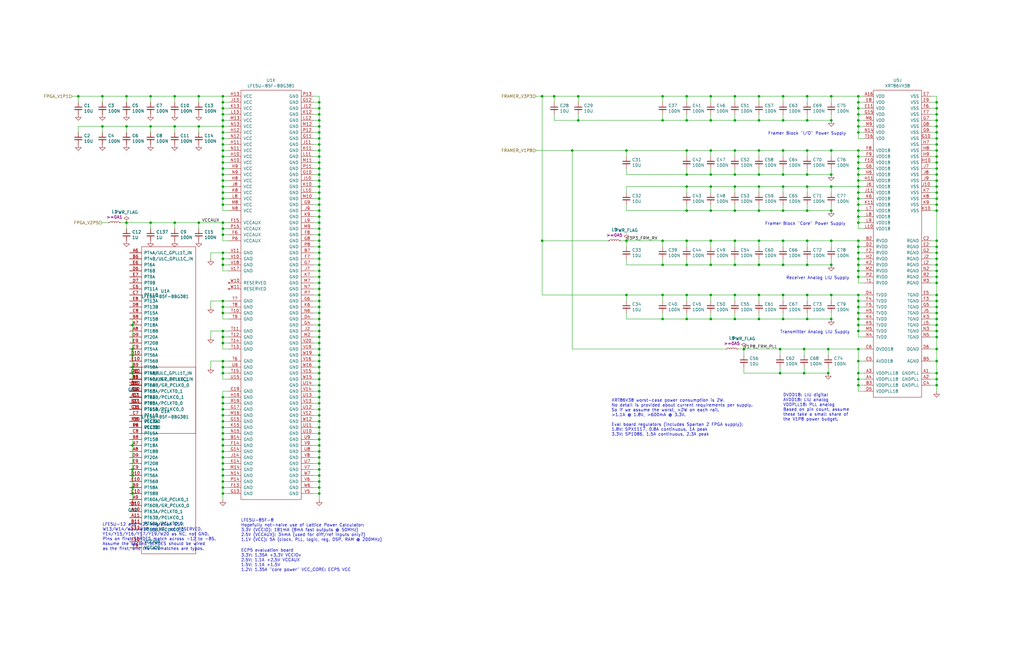
<source format=kicad_sch>
(kicad_sch (version 20210621) (generator eeschema)
  (paper "B")
  (title_block (title "Tedium X8") (date "2020-03-13") (rev "20200313") (company "ShareBrained Technology, Inc.") (comment 1 "Copyright (C) 2020 Jared Boone") (comment 2 "Licensed under CERN-OHL-P v2"))
  (junction (at 33.02 40.64) (diameter 0.9144))
  (junction (at 43.18 40.64) (diameter 0.9144))
  (junction (at 43.18 53.34) (diameter 0.9144))
  (junction (at 53.34 40.64) (diameter 0.9144))
  (junction (at 53.34 53.34) (diameter 0.9144))
  (junction (at 53.34 93.98) (diameter 0.9144))
  (junction (at 55.88 137.16) (diameter 0.9144))
  (junction (at 55.88 147.32) (diameter 0.9144))
  (junction (at 55.88 149.86) (diameter 0.9144))
  (junction (at 55.88 154.94) (diameter 0.9144))
  (junction (at 55.88 157.48) (diameter 0.9144))
  (junction (at 55.88 187.96) (diameter 0.9144))
  (junction (at 55.88 198.12) (diameter 0.9144))
  (junction (at 55.88 200.66) (diameter 0.9144))
  (junction (at 55.88 205.74) (diameter 0.9144))
  (junction (at 55.88 208.28) (diameter 0.9144))
  (junction (at 63.5 40.64) (diameter 0.9144))
  (junction (at 63.5 53.34) (diameter 0.9144))
  (junction (at 63.5 93.98) (diameter 0.9144))
  (junction (at 73.66 40.64) (diameter 0.9144))
  (junction (at 73.66 53.34) (diameter 0.9144))
  (junction (at 73.66 93.98) (diameter 0.9144))
  (junction (at 83.82 40.64) (diameter 0.9144))
  (junction (at 83.82 53.34) (diameter 0.9144))
  (junction (at 83.82 93.98) (diameter 0.9144))
  (junction (at 93.98 40.64) (diameter 0.9144))
  (junction (at 93.98 43.18) (diameter 0.9144))
  (junction (at 93.98 45.72) (diameter 0.9144))
  (junction (at 93.98 48.26) (diameter 0.9144))
  (junction (at 93.98 50.8) (diameter 0.9144))
  (junction (at 93.98 53.34) (diameter 0.9144))
  (junction (at 93.98 55.88) (diameter 0.9144))
  (junction (at 93.98 58.42) (diameter 0.9144))
  (junction (at 93.98 60.96) (diameter 0.9144))
  (junction (at 93.98 63.5) (diameter 0.9144))
  (junction (at 93.98 66.04) (diameter 0.9144))
  (junction (at 93.98 68.58) (diameter 0.9144))
  (junction (at 93.98 71.12) (diameter 0.9144))
  (junction (at 93.98 73.66) (diameter 0.9144))
  (junction (at 93.98 76.2) (diameter 0.9144))
  (junction (at 93.98 78.74) (diameter 0.9144))
  (junction (at 93.98 81.28) (diameter 0.9144))
  (junction (at 93.98 83.82) (diameter 0.9144))
  (junction (at 93.98 86.36) (diameter 0.9144))
  (junction (at 93.98 93.98) (diameter 0.9144))
  (junction (at 93.98 96.52) (diameter 0.9144))
  (junction (at 93.98 99.06) (diameter 0.9144))
  (junction (at 93.98 106.68) (diameter 0.9144))
  (junction (at 93.98 109.22) (diameter 0.9144))
  (junction (at 93.98 111.76) (diameter 0.9144))
  (junction (at 93.98 127) (diameter 0.9144))
  (junction (at 93.98 129.54) (diameter 0.9144))
  (junction (at 93.98 132.08) (diameter 0.9144))
  (junction (at 93.98 139.7) (diameter 0.9144))
  (junction (at 93.98 142.24) (diameter 0.9144))
  (junction (at 93.98 144.78) (diameter 0.9144))
  (junction (at 93.98 152.4) (diameter 0.9144))
  (junction (at 93.98 154.94) (diameter 0.9144))
  (junction (at 93.98 157.48) (diameter 0.9144))
  (junction (at 93.98 167.64) (diameter 0.9144))
  (junction (at 93.98 170.18) (diameter 0.9144))
  (junction (at 93.98 172.72) (diameter 0.9144))
  (junction (at 93.98 175.26) (diameter 0.9144))
  (junction (at 93.98 177.8) (diameter 0.9144))
  (junction (at 93.98 180.34) (diameter 0.9144))
  (junction (at 93.98 182.88) (diameter 0.9144))
  (junction (at 93.98 185.42) (diameter 0.9144))
  (junction (at 93.98 187.96) (diameter 0.9144))
  (junction (at 93.98 190.5) (diameter 0.9144))
  (junction (at 93.98 193.04) (diameter 0.9144))
  (junction (at 93.98 195.58) (diameter 0.9144))
  (junction (at 93.98 198.12) (diameter 0.9144))
  (junction (at 93.98 200.66) (diameter 0.9144))
  (junction (at 93.98 203.2) (diameter 0.9144))
  (junction (at 93.98 205.74) (diameter 0.9144))
  (junction (at 93.98 208.28) (diameter 0.9144))
  (junction (at 134.62 43.18) (diameter 0.9144))
  (junction (at 134.62 45.72) (diameter 0.9144))
  (junction (at 134.62 48.26) (diameter 0.9144))
  (junction (at 134.62 50.8) (diameter 0.9144))
  (junction (at 134.62 53.34) (diameter 0.9144))
  (junction (at 134.62 55.88) (diameter 0.9144))
  (junction (at 134.62 58.42) (diameter 0.9144))
  (junction (at 134.62 60.96) (diameter 0.9144))
  (junction (at 134.62 63.5) (diameter 0.9144))
  (junction (at 134.62 66.04) (diameter 0.9144))
  (junction (at 134.62 68.58) (diameter 0.9144))
  (junction (at 134.62 71.12) (diameter 0.9144))
  (junction (at 134.62 73.66) (diameter 0.9144))
  (junction (at 134.62 76.2) (diameter 0.9144))
  (junction (at 134.62 78.74) (diameter 0.9144))
  (junction (at 134.62 81.28) (diameter 0.9144))
  (junction (at 134.62 83.82) (diameter 0.9144))
  (junction (at 134.62 86.36) (diameter 0.9144))
  (junction (at 134.62 88.9) (diameter 0.9144))
  (junction (at 134.62 91.44) (diameter 0.9144))
  (junction (at 134.62 93.98) (diameter 0.9144))
  (junction (at 134.62 96.52) (diameter 0.9144))
  (junction (at 134.62 99.06) (diameter 0.9144))
  (junction (at 134.62 101.6) (diameter 0.9144))
  (junction (at 134.62 104.14) (diameter 0.9144))
  (junction (at 134.62 106.68) (diameter 0.9144))
  (junction (at 134.62 109.22) (diameter 0.9144))
  (junction (at 134.62 111.76) (diameter 0.9144))
  (junction (at 134.62 114.3) (diameter 0.9144))
  (junction (at 134.62 116.84) (diameter 0.9144))
  (junction (at 134.62 119.38) (diameter 0.9144))
  (junction (at 134.62 121.92) (diameter 0.9144))
  (junction (at 134.62 124.46) (diameter 0.9144))
  (junction (at 134.62 127) (diameter 0.9144))
  (junction (at 134.62 129.54) (diameter 0.9144))
  (junction (at 134.62 132.08) (diameter 0.9144))
  (junction (at 134.62 134.62) (diameter 0.9144))
  (junction (at 134.62 137.16) (diameter 0.9144))
  (junction (at 134.62 139.7) (diameter 0.9144))
  (junction (at 134.62 142.24) (diameter 0.9144))
  (junction (at 134.62 144.78) (diameter 0.9144))
  (junction (at 134.62 147.32) (diameter 0.9144))
  (junction (at 134.62 149.86) (diameter 0.9144))
  (junction (at 134.62 152.4) (diameter 0.9144))
  (junction (at 134.62 154.94) (diameter 0.9144))
  (junction (at 134.62 157.48) (diameter 0.9144))
  (junction (at 134.62 160.02) (diameter 0.9144))
  (junction (at 134.62 162.56) (diameter 0.9144))
  (junction (at 134.62 165.1) (diameter 0.9144))
  (junction (at 134.62 167.64) (diameter 0.9144))
  (junction (at 134.62 170.18) (diameter 0.9144))
  (junction (at 134.62 172.72) (diameter 0.9144))
  (junction (at 134.62 175.26) (diameter 0.9144))
  (junction (at 134.62 177.8) (diameter 0.9144))
  (junction (at 134.62 180.34) (diameter 0.9144))
  (junction (at 134.62 182.88) (diameter 0.9144))
  (junction (at 134.62 185.42) (diameter 0.9144))
  (junction (at 134.62 187.96) (diameter 0.9144))
  (junction (at 134.62 190.5) (diameter 0.9144))
  (junction (at 134.62 193.04) (diameter 0.9144))
  (junction (at 134.62 195.58) (diameter 0.9144))
  (junction (at 134.62 198.12) (diameter 0.9144))
  (junction (at 134.62 200.66) (diameter 0.9144))
  (junction (at 134.62 203.2) (diameter 0.9144))
  (junction (at 134.62 205.74) (diameter 0.9144))
  (junction (at 134.62 208.28) (diameter 0.9144))
  (junction (at 228.6 40.64) (diameter 0.9144))
  (junction (at 228.6 101.6) (diameter 0.9144))
  (junction (at 233.68 40.64) (diameter 0.9144))
  (junction (at 241.3 63.5) (diameter 0.9144))
  (junction (at 243.84 40.64) (diameter 0.9144))
  (junction (at 243.84 50.8) (diameter 0.9144))
  (junction (at 264.16 63.5) (diameter 0.9144))
  (junction (at 264.16 101.6) (diameter 0.9144))
  (junction (at 264.16 124.46) (diameter 0.9144))
  (junction (at 279.4 40.64) (diameter 0.9144))
  (junction (at 279.4 50.8) (diameter 0.9144))
  (junction (at 279.4 101.6) (diameter 0.9144))
  (junction (at 279.4 111.76) (diameter 0.9144))
  (junction (at 279.4 124.46) (diameter 0.9144))
  (junction (at 279.4 134.62) (diameter 0.9144))
  (junction (at 289.56 40.64) (diameter 0.9144))
  (junction (at 289.56 50.8) (diameter 0.9144))
  (junction (at 289.56 63.5) (diameter 0.9144))
  (junction (at 289.56 73.66) (diameter 0.9144))
  (junction (at 289.56 78.74) (diameter 0.9144))
  (junction (at 289.56 88.9) (diameter 0.9144))
  (junction (at 289.56 101.6) (diameter 0.9144))
  (junction (at 289.56 111.76) (diameter 0.9144))
  (junction (at 289.56 124.46) (diameter 0.9144))
  (junction (at 289.56 134.62) (diameter 0.9144))
  (junction (at 299.72 40.64) (diameter 0.9144))
  (junction (at 299.72 50.8) (diameter 0.9144))
  (junction (at 299.72 63.5) (diameter 0.9144))
  (junction (at 299.72 73.66) (diameter 0.9144))
  (junction (at 299.72 78.74) (diameter 0.9144))
  (junction (at 299.72 88.9) (diameter 0.9144))
  (junction (at 299.72 101.6) (diameter 0.9144))
  (junction (at 299.72 111.76) (diameter 0.9144))
  (junction (at 299.72 124.46) (diameter 0.9144))
  (junction (at 299.72 134.62) (diameter 0.9144))
  (junction (at 309.88 40.64) (diameter 0.9144))
  (junction (at 309.88 50.8) (diameter 0.9144))
  (junction (at 309.88 63.5) (diameter 0.9144))
  (junction (at 309.88 73.66) (diameter 0.9144))
  (junction (at 309.88 78.74) (diameter 0.9144))
  (junction (at 309.88 88.9) (diameter 0.9144))
  (junction (at 309.88 101.6) (diameter 0.9144))
  (junction (at 309.88 111.76) (diameter 0.9144))
  (junction (at 309.88 124.46) (diameter 0.9144))
  (junction (at 309.88 134.62) (diameter 0.9144))
  (junction (at 313.69 147.32) (diameter 0.9144))
  (junction (at 320.04 40.64) (diameter 0.9144))
  (junction (at 320.04 50.8) (diameter 0.9144))
  (junction (at 320.04 63.5) (diameter 0.9144))
  (junction (at 320.04 73.66) (diameter 0.9144))
  (junction (at 320.04 78.74) (diameter 0.9144))
  (junction (at 320.04 88.9) (diameter 0.9144))
  (junction (at 320.04 101.6) (diameter 0.9144))
  (junction (at 320.04 111.76) (diameter 0.9144))
  (junction (at 320.04 124.46) (diameter 0.9144))
  (junction (at 320.04 134.62) (diameter 0.9144))
  (junction (at 328.93 147.32) (diameter 0.9144))
  (junction (at 328.93 157.48) (diameter 0.9144))
  (junction (at 330.2 40.64) (diameter 0.9144))
  (junction (at 330.2 50.8) (diameter 0.9144))
  (junction (at 330.2 63.5) (diameter 0.9144))
  (junction (at 330.2 73.66) (diameter 0.9144))
  (junction (at 330.2 78.74) (diameter 0.9144))
  (junction (at 330.2 88.9) (diameter 0.9144))
  (junction (at 330.2 101.6) (diameter 0.9144))
  (junction (at 330.2 111.76) (diameter 0.9144))
  (junction (at 330.2 124.46) (diameter 0.9144))
  (junction (at 330.2 134.62) (diameter 0.9144))
  (junction (at 339.09 147.32) (diameter 0.9144))
  (junction (at 339.09 157.48) (diameter 0.9144))
  (junction (at 340.36 40.64) (diameter 0.9144))
  (junction (at 340.36 50.8) (diameter 0.9144))
  (junction (at 340.36 63.5) (diameter 0.9144))
  (junction (at 340.36 73.66) (diameter 0.9144))
  (junction (at 340.36 78.74) (diameter 0.9144))
  (junction (at 340.36 88.9) (diameter 0.9144))
  (junction (at 340.36 101.6) (diameter 0.9144))
  (junction (at 340.36 111.76) (diameter 0.9144))
  (junction (at 340.36 124.46) (diameter 0.9144))
  (junction (at 340.36 134.62) (diameter 0.9144))
  (junction (at 349.25 147.32) (diameter 0.9144))
  (junction (at 349.25 157.48) (diameter 0.9144))
  (junction (at 350.52 40.64) (diameter 0.9144))
  (junction (at 350.52 50.8) (diameter 0.9144))
  (junction (at 350.52 63.5) (diameter 0.9144))
  (junction (at 350.52 73.66) (diameter 0.9144))
  (junction (at 350.52 78.74) (diameter 0.9144))
  (junction (at 350.52 88.9) (diameter 0.9144))
  (junction (at 350.52 101.6) (diameter 0.9144))
  (junction (at 350.52 111.76) (diameter 0.9144))
  (junction (at 350.52 124.46) (diameter 0.9144))
  (junction (at 350.52 134.62) (diameter 0.9144))
  (junction (at 361.95 40.64) (diameter 0.9144))
  (junction (at 361.95 43.18) (diameter 0.9144))
  (junction (at 361.95 45.72) (diameter 0.9144))
  (junction (at 361.95 48.26) (diameter 0.9144))
  (junction (at 361.95 50.8) (diameter 0.9144))
  (junction (at 361.95 53.34) (diameter 0.9144))
  (junction (at 361.95 55.88) (diameter 0.9144))
  (junction (at 361.95 63.5) (diameter 0.9144))
  (junction (at 361.95 66.04) (diameter 0.9144))
  (junction (at 361.95 68.58) (diameter 0.9144))
  (junction (at 361.95 71.12) (diameter 0.9144))
  (junction (at 361.95 73.66) (diameter 0.9144))
  (junction (at 361.95 76.2) (diameter 0.9144))
  (junction (at 361.95 78.74) (diameter 0.9144))
  (junction (at 361.95 81.28) (diameter 0.9144))
  (junction (at 361.95 83.82) (diameter 0.9144))
  (junction (at 361.95 86.36) (diameter 0.9144))
  (junction (at 361.95 88.9) (diameter 0.9144))
  (junction (at 361.95 91.44) (diameter 0.9144))
  (junction (at 361.95 93.98) (diameter 0.9144))
  (junction (at 361.95 101.6) (diameter 0.9144))
  (junction (at 361.95 104.14) (diameter 0.9144))
  (junction (at 361.95 106.68) (diameter 0.9144))
  (junction (at 361.95 109.22) (diameter 0.9144))
  (junction (at 361.95 111.76) (diameter 0.9144))
  (junction (at 361.95 114.3) (diameter 0.9144))
  (junction (at 361.95 116.84) (diameter 0.9144))
  (junction (at 361.95 124.46) (diameter 0.9144))
  (junction (at 361.95 127) (diameter 0.9144))
  (junction (at 361.95 129.54) (diameter 0.9144))
  (junction (at 361.95 132.08) (diameter 0.9144))
  (junction (at 361.95 134.62) (diameter 0.9144))
  (junction (at 361.95 137.16) (diameter 0.9144))
  (junction (at 361.95 139.7) (diameter 0.9144))
  (junction (at 361.95 147.32) (diameter 0.9144))
  (junction (at 361.95 152.4) (diameter 0.9144))
  (junction (at 361.95 157.48) (diameter 0.9144))
  (junction (at 361.95 160.02) (diameter 0.9144))
  (junction (at 361.95 162.56) (diameter 0.9144))
  (junction (at 394.97 43.18) (diameter 0.9144))
  (junction (at 394.97 45.72) (diameter 0.9144))
  (junction (at 394.97 48.26) (diameter 0.9144))
  (junction (at 394.97 50.8) (diameter 0.9144))
  (junction (at 394.97 53.34) (diameter 0.9144))
  (junction (at 394.97 55.88) (diameter 0.9144))
  (junction (at 394.97 58.42) (diameter 0.9144))
  (junction (at 394.97 60.96) (diameter 0.9144))
  (junction (at 394.97 63.5) (diameter 0.9144))
  (junction (at 394.97 66.04) (diameter 0.9144))
  (junction (at 394.97 68.58) (diameter 0.9144))
  (junction (at 394.97 71.12) (diameter 0.9144))
  (junction (at 394.97 73.66) (diameter 0.9144))
  (junction (at 394.97 76.2) (diameter 0.9144))
  (junction (at 394.97 78.74) (diameter 0.9144))
  (junction (at 394.97 81.28) (diameter 0.9144))
  (junction (at 394.97 83.82) (diameter 0.9144))
  (junction (at 394.97 86.36) (diameter 0.9144))
  (junction (at 394.97 88.9) (diameter 0.9144))
  (junction (at 394.97 101.6) (diameter 0.9144))
  (junction (at 394.97 104.14) (diameter 0.9144))
  (junction (at 394.97 106.68) (diameter 0.9144))
  (junction (at 394.97 109.22) (diameter 0.9144))
  (junction (at 394.97 111.76) (diameter 0.9144))
  (junction (at 394.97 114.3) (diameter 0.9144))
  (junction (at 394.97 116.84) (diameter 0.9144))
  (junction (at 394.97 119.38) (diameter 0.9144))
  (junction (at 394.97 124.46) (diameter 0.9144))
  (junction (at 394.97 127) (diameter 0.9144))
  (junction (at 394.97 129.54) (diameter 0.9144))
  (junction (at 394.97 132.08) (diameter 0.9144))
  (junction (at 394.97 134.62) (diameter 0.9144))
  (junction (at 394.97 137.16) (diameter 0.9144))
  (junction (at 394.97 139.7) (diameter 0.9144))
  (junction (at 394.97 142.24) (diameter 0.9144))
  (junction (at 394.97 147.32) (diameter 0.9144))
  (junction (at 394.97 152.4) (diameter 0.9144))
  (junction (at 394.97 157.48) (diameter 0.9144))
  (junction (at 394.97 160.02) (diameter 0.9144))
  (junction (at 394.97 162.56) (diameter 0.9144))
  (wire (pts (xy 33.02 40.64) (xy 30.48 40.64)))
  (wire (pts (xy 33.02 40.64) (xy 43.18 40.64)))
  (wire (pts (xy 33.02 43.18) (xy 33.02 40.64)))
  (wire (pts (xy 33.02 53.34) (xy 43.18 53.34)))
  (wire (pts (xy 33.02 55.88) (xy 33.02 53.34)))
  (wire (pts (xy 43.18 40.64) (xy 43.18 43.18)))
  (wire (pts (xy 43.18 40.64) (xy 53.34 40.64)))
  (wire (pts (xy 43.18 53.34) (xy 43.18 55.88)))
  (wire (pts (xy 43.18 53.34) (xy 53.34 53.34)))
  (wire (pts (xy 43.18 93.98) (xy 45.72 93.98)))
  (wire (pts (xy 50.8 93.98) (xy 53.34 93.98)))
  (wire (pts (xy 53.34 40.64) (xy 53.34 43.18)))
  (wire (pts (xy 53.34 40.64) (xy 63.5 40.64)))
  (wire (pts (xy 53.34 53.34) (xy 53.34 55.88)))
  (wire (pts (xy 53.34 53.34) (xy 63.5 53.34)))
  (wire (pts (xy 53.34 93.98) (xy 53.34 96.52)))
  (wire (pts (xy 53.34 93.98) (xy 63.5 93.98)))
  (wire (pts (xy 55.88 134.62) (xy 55.88 137.16)))
  (wire (pts (xy 55.88 137.16) (xy 55.88 147.32)))
  (wire (pts (xy 55.88 147.32) (xy 55.88 149.86)))
  (wire (pts (xy 55.88 149.86) (xy 55.88 154.94)))
  (wire (pts (xy 55.88 154.94) (xy 55.88 157.48)))
  (wire (pts (xy 55.88 157.48) (xy 55.88 160.02)))
  (wire (pts (xy 55.88 185.42) (xy 55.88 187.96)))
  (wire (pts (xy 55.88 187.96) (xy 55.88 198.12)))
  (wire (pts (xy 55.88 198.12) (xy 55.88 200.66)))
  (wire (pts (xy 55.88 200.66) (xy 55.88 205.74)))
  (wire (pts (xy 55.88 205.74) (xy 55.88 208.28)))
  (wire (pts (xy 55.88 208.28) (xy 58.42 208.28)))
  (wire (pts (xy 55.88 210.82) (xy 55.88 208.28)))
  (wire (pts (xy 58.42 134.62) (xy 55.88 134.62)))
  (wire (pts (xy 58.42 137.16) (xy 55.88 137.16)))
  (wire (pts (xy 58.42 147.32) (xy 55.88 147.32)))
  (wire (pts (xy 58.42 149.86) (xy 55.88 149.86)))
  (wire (pts (xy 58.42 154.94) (xy 55.88 154.94)))
  (wire (pts (xy 58.42 157.48) (xy 55.88 157.48)))
  (wire (pts (xy 58.42 185.42) (xy 55.88 185.42)))
  (wire (pts (xy 58.42 187.96) (xy 55.88 187.96)))
  (wire (pts (xy 58.42 198.12) (xy 55.88 198.12)))
  (wire (pts (xy 58.42 200.66) (xy 55.88 200.66)))
  (wire (pts (xy 58.42 205.74) (xy 55.88 205.74)))
  (wire (pts (xy 63.5 40.64) (xy 63.5 43.18)))
  (wire (pts (xy 63.5 40.64) (xy 73.66 40.64)))
  (wire (pts (xy 63.5 53.34) (xy 63.5 55.88)))
  (wire (pts (xy 63.5 53.34) (xy 73.66 53.34)))
  (wire (pts (xy 63.5 93.98) (xy 63.5 96.52)))
  (wire (pts (xy 63.5 93.98) (xy 73.66 93.98)))
  (wire (pts (xy 73.66 40.64) (xy 73.66 43.18)))
  (wire (pts (xy 73.66 40.64) (xy 83.82 40.64)))
  (wire (pts (xy 73.66 53.34) (xy 73.66 55.88)))
  (wire (pts (xy 73.66 53.34) (xy 83.82 53.34)))
  (wire (pts (xy 73.66 93.98) (xy 73.66 96.52)))
  (wire (pts (xy 73.66 93.98) (xy 83.82 93.98)))
  (wire (pts (xy 83.82 40.64) (xy 83.82 43.18)))
  (wire (pts (xy 83.82 40.64) (xy 93.98 40.64)))
  (wire (pts (xy 83.82 53.34) (xy 83.82 55.88)))
  (wire (pts (xy 83.82 53.34) (xy 93.98 53.34)))
  (wire (pts (xy 83.82 93.98) (xy 83.82 96.52)))
  (wire (pts (xy 83.82 93.98) (xy 93.98 93.98)))
  (wire (pts (xy 88.9 106.68) (xy 88.9 109.22)))
  (wire (pts (xy 88.9 127) (xy 88.9 129.54)))
  (wire (pts (xy 88.9 139.7) (xy 88.9 142.24)))
  (wire (pts (xy 88.9 152.4) (xy 88.9 154.94)))
  (wire (pts (xy 93.98 40.64) (xy 96.52 40.64)))
  (wire (pts (xy 93.98 43.18) (xy 93.98 40.64)))
  (wire (pts (xy 93.98 45.72) (xy 93.98 43.18)))
  (wire (pts (xy 93.98 45.72) (xy 96.52 45.72)))
  (wire (pts (xy 93.98 48.26) (xy 93.98 45.72)))
  (wire (pts (xy 93.98 50.8) (xy 93.98 48.26)))
  (wire (pts (xy 93.98 50.8) (xy 96.52 50.8)))
  (wire (pts (xy 93.98 53.34) (xy 93.98 50.8)))
  (wire (pts (xy 93.98 55.88) (xy 93.98 53.34)))
  (wire (pts (xy 93.98 55.88) (xy 96.52 55.88)))
  (wire (pts (xy 93.98 58.42) (xy 93.98 55.88)))
  (wire (pts (xy 93.98 60.96) (xy 93.98 58.42)))
  (wire (pts (xy 93.98 60.96) (xy 96.52 60.96)))
  (wire (pts (xy 93.98 63.5) (xy 93.98 60.96)))
  (wire (pts (xy 93.98 66.04) (xy 93.98 63.5)))
  (wire (pts (xy 93.98 66.04) (xy 96.52 66.04)))
  (wire (pts (xy 93.98 68.58) (xy 93.98 66.04)))
  (wire (pts (xy 93.98 71.12) (xy 93.98 68.58)))
  (wire (pts (xy 93.98 71.12) (xy 96.52 71.12)))
  (wire (pts (xy 93.98 73.66) (xy 93.98 71.12)))
  (wire (pts (xy 93.98 76.2) (xy 93.98 73.66)))
  (wire (pts (xy 93.98 76.2) (xy 96.52 76.2)))
  (wire (pts (xy 93.98 78.74) (xy 93.98 76.2)))
  (wire (pts (xy 93.98 81.28) (xy 93.98 78.74)))
  (wire (pts (xy 93.98 81.28) (xy 96.52 81.28)))
  (wire (pts (xy 93.98 83.82) (xy 93.98 81.28)))
  (wire (pts (xy 93.98 86.36) (xy 93.98 83.82)))
  (wire (pts (xy 93.98 86.36) (xy 96.52 86.36)))
  (wire (pts (xy 93.98 88.9) (xy 93.98 86.36)))
  (wire (pts (xy 93.98 93.98) (xy 96.52 93.98)))
  (wire (pts (xy 93.98 96.52) (xy 93.98 93.98)))
  (wire (pts (xy 93.98 99.06) (xy 93.98 96.52)))
  (wire (pts (xy 93.98 99.06) (xy 96.52 99.06)))
  (wire (pts (xy 93.98 101.6) (xy 93.98 99.06)))
  (wire (pts (xy 93.98 106.68) (xy 88.9 106.68)))
  (wire (pts (xy 93.98 106.68) (xy 96.52 106.68)))
  (wire (pts (xy 93.98 109.22) (xy 93.98 106.68)))
  (wire (pts (xy 93.98 111.76) (xy 93.98 109.22)))
  (wire (pts (xy 93.98 111.76) (xy 96.52 111.76)))
  (wire (pts (xy 93.98 114.3) (xy 93.98 111.76)))
  (wire (pts (xy 93.98 127) (xy 88.9 127)))
  (wire (pts (xy 93.98 127) (xy 93.98 129.54)))
  (wire (pts (xy 93.98 129.54) (xy 93.98 132.08)))
  (wire (pts (xy 93.98 132.08) (xy 93.98 134.62)))
  (wire (pts (xy 93.98 139.7) (xy 88.9 139.7)))
  (wire (pts (xy 93.98 139.7) (xy 93.98 142.24)))
  (wire (pts (xy 93.98 142.24) (xy 93.98 144.78)))
  (wire (pts (xy 93.98 144.78) (xy 93.98 147.32)))
  (wire (pts (xy 93.98 147.32) (xy 96.52 147.32)))
  (wire (pts (xy 93.98 152.4) (xy 88.9 152.4)))
  (wire (pts (xy 93.98 152.4) (xy 96.52 152.4)))
  (wire (pts (xy 93.98 154.94) (xy 93.98 152.4)))
  (wire (pts (xy 93.98 154.94) (xy 93.98 157.48)))
  (wire (pts (xy 93.98 157.48) (xy 96.52 157.48)))
  (wire (pts (xy 93.98 160.02) (xy 93.98 157.48)))
  (wire (pts (xy 93.98 165.1) (xy 93.98 167.64)))
  (wire (pts (xy 93.98 167.64) (xy 93.98 170.18)))
  (wire (pts (xy 93.98 167.64) (xy 96.52 167.64)))
  (wire (pts (xy 93.98 170.18) (xy 93.98 172.72)))
  (wire (pts (xy 93.98 172.72) (xy 93.98 175.26)))
  (wire (pts (xy 93.98 172.72) (xy 96.52 172.72)))
  (wire (pts (xy 93.98 175.26) (xy 93.98 177.8)))
  (wire (pts (xy 93.98 177.8) (xy 93.98 180.34)))
  (wire (pts (xy 93.98 177.8) (xy 96.52 177.8)))
  (wire (pts (xy 93.98 180.34) (xy 93.98 182.88)))
  (wire (pts (xy 93.98 182.88) (xy 93.98 185.42)))
  (wire (pts (xy 93.98 182.88) (xy 96.52 182.88)))
  (wire (pts (xy 93.98 185.42) (xy 93.98 187.96)))
  (wire (pts (xy 93.98 187.96) (xy 93.98 190.5)))
  (wire (pts (xy 93.98 187.96) (xy 96.52 187.96)))
  (wire (pts (xy 93.98 190.5) (xy 93.98 193.04)))
  (wire (pts (xy 93.98 193.04) (xy 93.98 195.58)))
  (wire (pts (xy 93.98 193.04) (xy 96.52 193.04)))
  (wire (pts (xy 93.98 195.58) (xy 93.98 198.12)))
  (wire (pts (xy 93.98 198.12) (xy 93.98 200.66)))
  (wire (pts (xy 93.98 198.12) (xy 96.52 198.12)))
  (wire (pts (xy 93.98 200.66) (xy 93.98 203.2)))
  (wire (pts (xy 93.98 203.2) (xy 93.98 205.74)))
  (wire (pts (xy 93.98 203.2) (xy 96.52 203.2)))
  (wire (pts (xy 93.98 205.74) (xy 93.98 208.28)))
  (wire (pts (xy 93.98 208.28) (xy 93.98 210.82)))
  (wire (pts (xy 93.98 208.28) (xy 96.52 208.28)))
  (wire (pts (xy 96.52 43.18) (xy 93.98 43.18)))
  (wire (pts (xy 96.52 48.26) (xy 93.98 48.26)))
  (wire (pts (xy 96.52 53.34) (xy 93.98 53.34)))
  (wire (pts (xy 96.52 58.42) (xy 93.98 58.42)))
  (wire (pts (xy 96.52 63.5) (xy 93.98 63.5)))
  (wire (pts (xy 96.52 68.58) (xy 93.98 68.58)))
  (wire (pts (xy 96.52 73.66) (xy 93.98 73.66)))
  (wire (pts (xy 96.52 78.74) (xy 93.98 78.74)))
  (wire (pts (xy 96.52 83.82) (xy 93.98 83.82)))
  (wire (pts (xy 96.52 88.9) (xy 93.98 88.9)))
  (wire (pts (xy 96.52 96.52) (xy 93.98 96.52)))
  (wire (pts (xy 96.52 101.6) (xy 93.98 101.6)))
  (wire (pts (xy 96.52 109.22) (xy 93.98 109.22)))
  (wire (pts (xy 96.52 114.3) (xy 93.98 114.3)))
  (wire (pts (xy 96.52 127) (xy 93.98 127)))
  (wire (pts (xy 96.52 129.54) (xy 93.98 129.54)))
  (wire (pts (xy 96.52 132.08) (xy 93.98 132.08)))
  (wire (pts (xy 96.52 134.62) (xy 93.98 134.62)))
  (wire (pts (xy 96.52 139.7) (xy 93.98 139.7)))
  (wire (pts (xy 96.52 142.24) (xy 93.98 142.24)))
  (wire (pts (xy 96.52 144.78) (xy 93.98 144.78)))
  (wire (pts (xy 96.52 154.94) (xy 93.98 154.94)))
  (wire (pts (xy 96.52 160.02) (xy 93.98 160.02)))
  (wire (pts (xy 96.52 165.1) (xy 93.98 165.1)))
  (wire (pts (xy 96.52 170.18) (xy 93.98 170.18)))
  (wire (pts (xy 96.52 175.26) (xy 93.98 175.26)))
  (wire (pts (xy 96.52 180.34) (xy 93.98 180.34)))
  (wire (pts (xy 96.52 185.42) (xy 93.98 185.42)))
  (wire (pts (xy 96.52 190.5) (xy 93.98 190.5)))
  (wire (pts (xy 96.52 195.58) (xy 93.98 195.58)))
  (wire (pts (xy 96.52 200.66) (xy 93.98 200.66)))
  (wire (pts (xy 96.52 205.74) (xy 93.98 205.74)))
  (wire (pts (xy 132.08 40.64) (xy 134.62 40.64)))
  (wire (pts (xy 132.08 43.18) (xy 134.62 43.18)))
  (wire (pts (xy 132.08 48.26) (xy 134.62 48.26)))
  (wire (pts (xy 132.08 53.34) (xy 134.62 53.34)))
  (wire (pts (xy 132.08 58.42) (xy 134.62 58.42)))
  (wire (pts (xy 132.08 63.5) (xy 134.62 63.5)))
  (wire (pts (xy 132.08 68.58) (xy 134.62 68.58)))
  (wire (pts (xy 132.08 73.66) (xy 134.62 73.66)))
  (wire (pts (xy 132.08 78.74) (xy 134.62 78.74)))
  (wire (pts (xy 132.08 83.82) (xy 134.62 83.82)))
  (wire (pts (xy 132.08 88.9) (xy 134.62 88.9)))
  (wire (pts (xy 132.08 93.98) (xy 134.62 93.98)))
  (wire (pts (xy 132.08 99.06) (xy 134.62 99.06)))
  (wire (pts (xy 132.08 104.14) (xy 134.62 104.14)))
  (wire (pts (xy 132.08 109.22) (xy 134.62 109.22)))
  (wire (pts (xy 132.08 114.3) (xy 134.62 114.3)))
  (wire (pts (xy 132.08 119.38) (xy 134.62 119.38)))
  (wire (pts (xy 132.08 124.46) (xy 134.62 124.46)))
  (wire (pts (xy 132.08 129.54) (xy 134.62 129.54)))
  (wire (pts (xy 132.08 134.62) (xy 134.62 134.62)))
  (wire (pts (xy 132.08 139.7) (xy 134.62 139.7)))
  (wire (pts (xy 132.08 144.78) (xy 134.62 144.78)))
  (wire (pts (xy 132.08 149.86) (xy 134.62 149.86)))
  (wire (pts (xy 132.08 154.94) (xy 134.62 154.94)))
  (wire (pts (xy 132.08 160.02) (xy 134.62 160.02)))
  (wire (pts (xy 132.08 165.1) (xy 134.62 165.1)))
  (wire (pts (xy 132.08 170.18) (xy 134.62 170.18)))
  (wire (pts (xy 132.08 175.26) (xy 134.62 175.26)))
  (wire (pts (xy 132.08 180.34) (xy 134.62 180.34)))
  (wire (pts (xy 132.08 185.42) (xy 134.62 185.42)))
  (wire (pts (xy 132.08 190.5) (xy 134.62 190.5)))
  (wire (pts (xy 132.08 195.58) (xy 134.62 195.58)))
  (wire (pts (xy 132.08 200.66) (xy 134.62 200.66)))
  (wire (pts (xy 132.08 205.74) (xy 134.62 205.74)))
  (wire (pts (xy 132.08 208.28) (xy 134.62 208.28)))
  (wire (pts (xy 134.62 40.64) (xy 134.62 43.18)))
  (wire (pts (xy 134.62 43.18) (xy 134.62 45.72)))
  (wire (pts (xy 134.62 45.72) (xy 132.08 45.72)))
  (wire (pts (xy 134.62 45.72) (xy 134.62 48.26)))
  (wire (pts (xy 134.62 48.26) (xy 134.62 50.8)))
  (wire (pts (xy 134.62 50.8) (xy 132.08 50.8)))
  (wire (pts (xy 134.62 50.8) (xy 134.62 53.34)))
  (wire (pts (xy 134.62 53.34) (xy 134.62 55.88)))
  (wire (pts (xy 134.62 55.88) (xy 132.08 55.88)))
  (wire (pts (xy 134.62 55.88) (xy 134.62 58.42)))
  (wire (pts (xy 134.62 58.42) (xy 134.62 60.96)))
  (wire (pts (xy 134.62 60.96) (xy 132.08 60.96)))
  (wire (pts (xy 134.62 60.96) (xy 134.62 63.5)))
  (wire (pts (xy 134.62 63.5) (xy 134.62 66.04)))
  (wire (pts (xy 134.62 66.04) (xy 132.08 66.04)))
  (wire (pts (xy 134.62 66.04) (xy 134.62 68.58)))
  (wire (pts (xy 134.62 68.58) (xy 134.62 71.12)))
  (wire (pts (xy 134.62 71.12) (xy 132.08 71.12)))
  (wire (pts (xy 134.62 71.12) (xy 134.62 73.66)))
  (wire (pts (xy 134.62 73.66) (xy 134.62 76.2)))
  (wire (pts (xy 134.62 76.2) (xy 132.08 76.2)))
  (wire (pts (xy 134.62 76.2) (xy 134.62 78.74)))
  (wire (pts (xy 134.62 78.74) (xy 134.62 81.28)))
  (wire (pts (xy 134.62 81.28) (xy 132.08 81.28)))
  (wire (pts (xy 134.62 81.28) (xy 134.62 83.82)))
  (wire (pts (xy 134.62 83.82) (xy 134.62 86.36)))
  (wire (pts (xy 134.62 86.36) (xy 132.08 86.36)))
  (wire (pts (xy 134.62 86.36) (xy 134.62 88.9)))
  (wire (pts (xy 134.62 88.9) (xy 134.62 91.44)))
  (wire (pts (xy 134.62 91.44) (xy 132.08 91.44)))
  (wire (pts (xy 134.62 91.44) (xy 134.62 93.98)))
  (wire (pts (xy 134.62 93.98) (xy 134.62 96.52)))
  (wire (pts (xy 134.62 96.52) (xy 132.08 96.52)))
  (wire (pts (xy 134.62 96.52) (xy 134.62 99.06)))
  (wire (pts (xy 134.62 99.06) (xy 134.62 101.6)))
  (wire (pts (xy 134.62 101.6) (xy 132.08 101.6)))
  (wire (pts (xy 134.62 101.6) (xy 134.62 104.14)))
  (wire (pts (xy 134.62 104.14) (xy 134.62 106.68)))
  (wire (pts (xy 134.62 106.68) (xy 132.08 106.68)))
  (wire (pts (xy 134.62 106.68) (xy 134.62 109.22)))
  (wire (pts (xy 134.62 109.22) (xy 134.62 111.76)))
  (wire (pts (xy 134.62 111.76) (xy 132.08 111.76)))
  (wire (pts (xy 134.62 111.76) (xy 134.62 114.3)))
  (wire (pts (xy 134.62 114.3) (xy 134.62 116.84)))
  (wire (pts (xy 134.62 116.84) (xy 132.08 116.84)))
  (wire (pts (xy 134.62 116.84) (xy 134.62 119.38)))
  (wire (pts (xy 134.62 119.38) (xy 134.62 121.92)))
  (wire (pts (xy 134.62 121.92) (xy 132.08 121.92)))
  (wire (pts (xy 134.62 121.92) (xy 134.62 124.46)))
  (wire (pts (xy 134.62 124.46) (xy 134.62 127)))
  (wire (pts (xy 134.62 127) (xy 132.08 127)))
  (wire (pts (xy 134.62 127) (xy 134.62 129.54)))
  (wire (pts (xy 134.62 129.54) (xy 134.62 132.08)))
  (wire (pts (xy 134.62 132.08) (xy 132.08 132.08)))
  (wire (pts (xy 134.62 132.08) (xy 134.62 134.62)))
  (wire (pts (xy 134.62 134.62) (xy 134.62 137.16)))
  (wire (pts (xy 134.62 137.16) (xy 132.08 137.16)))
  (wire (pts (xy 134.62 137.16) (xy 134.62 139.7)))
  (wire (pts (xy 134.62 139.7) (xy 134.62 142.24)))
  (wire (pts (xy 134.62 142.24) (xy 132.08 142.24)))
  (wire (pts (xy 134.62 142.24) (xy 134.62 144.78)))
  (wire (pts (xy 134.62 144.78) (xy 134.62 147.32)))
  (wire (pts (xy 134.62 147.32) (xy 132.08 147.32)))
  (wire (pts (xy 134.62 147.32) (xy 134.62 149.86)))
  (wire (pts (xy 134.62 149.86) (xy 134.62 152.4)))
  (wire (pts (xy 134.62 152.4) (xy 132.08 152.4)))
  (wire (pts (xy 134.62 152.4) (xy 134.62 154.94)))
  (wire (pts (xy 134.62 154.94) (xy 134.62 157.48)))
  (wire (pts (xy 134.62 157.48) (xy 132.08 157.48)))
  (wire (pts (xy 134.62 157.48) (xy 134.62 160.02)))
  (wire (pts (xy 134.62 160.02) (xy 134.62 162.56)))
  (wire (pts (xy 134.62 162.56) (xy 132.08 162.56)))
  (wire (pts (xy 134.62 162.56) (xy 134.62 165.1)))
  (wire (pts (xy 134.62 165.1) (xy 134.62 167.64)))
  (wire (pts (xy 134.62 167.64) (xy 132.08 167.64)))
  (wire (pts (xy 134.62 167.64) (xy 134.62 170.18)))
  (wire (pts (xy 134.62 170.18) (xy 134.62 172.72)))
  (wire (pts (xy 134.62 172.72) (xy 132.08 172.72)))
  (wire (pts (xy 134.62 172.72) (xy 134.62 175.26)))
  (wire (pts (xy 134.62 175.26) (xy 134.62 177.8)))
  (wire (pts (xy 134.62 177.8) (xy 132.08 177.8)))
  (wire (pts (xy 134.62 177.8) (xy 134.62 180.34)))
  (wire (pts (xy 134.62 180.34) (xy 134.62 182.88)))
  (wire (pts (xy 134.62 182.88) (xy 132.08 182.88)))
  (wire (pts (xy 134.62 182.88) (xy 134.62 185.42)))
  (wire (pts (xy 134.62 185.42) (xy 134.62 187.96)))
  (wire (pts (xy 134.62 187.96) (xy 132.08 187.96)))
  (wire (pts (xy 134.62 187.96) (xy 134.62 190.5)))
  (wire (pts (xy 134.62 190.5) (xy 134.62 193.04)))
  (wire (pts (xy 134.62 193.04) (xy 132.08 193.04)))
  (wire (pts (xy 134.62 193.04) (xy 134.62 195.58)))
  (wire (pts (xy 134.62 195.58) (xy 134.62 198.12)))
  (wire (pts (xy 134.62 198.12) (xy 132.08 198.12)))
  (wire (pts (xy 134.62 198.12) (xy 134.62 200.66)))
  (wire (pts (xy 134.62 200.66) (xy 134.62 203.2)))
  (wire (pts (xy 134.62 203.2) (xy 132.08 203.2)))
  (wire (pts (xy 134.62 203.2) (xy 134.62 205.74)))
  (wire (pts (xy 134.62 205.74) (xy 134.62 208.28)))
  (wire (pts (xy 134.62 208.28) (xy 134.62 210.82)))
  (wire (pts (xy 226.06 63.5) (xy 241.3 63.5)))
  (wire (pts (xy 228.6 40.64) (xy 226.06 40.64)))
  (wire (pts (xy 228.6 40.64) (xy 228.6 101.6)))
  (wire (pts (xy 228.6 101.6) (xy 256.54 101.6)))
  (wire (pts (xy 228.6 124.46) (xy 228.6 101.6)))
  (wire (pts (xy 233.68 40.64) (xy 228.6 40.64)))
  (wire (pts (xy 233.68 40.64) (xy 233.68 43.18)))
  (wire (pts (xy 233.68 40.64) (xy 243.84 40.64)))
  (wire (pts (xy 233.68 48.26) (xy 233.68 50.8)))
  (wire (pts (xy 233.68 50.8) (xy 243.84 50.8)))
  (wire (pts (xy 241.3 63.5) (xy 241.3 147.32)))
  (wire (pts (xy 241.3 63.5) (xy 264.16 63.5)))
  (wire (pts (xy 241.3 147.32) (xy 306.07 147.32)))
  (wire (pts (xy 243.84 40.64) (xy 243.84 43.18)))
  (wire (pts (xy 243.84 40.64) (xy 279.4 40.64)))
  (wire (pts (xy 243.84 48.26) (xy 243.84 50.8)))
  (wire (pts (xy 243.84 50.8) (xy 279.4 50.8)))
  (wire (pts (xy 261.62 101.6) (xy 264.16 101.6)))
  (wire (pts (xy 264.16 63.5) (xy 289.56 63.5)))
  (wire (pts (xy 264.16 66.04) (xy 264.16 63.5)))
  (wire (pts (xy 264.16 71.12) (xy 264.16 73.66)))
  (wire (pts (xy 264.16 73.66) (xy 289.56 73.66)))
  (wire (pts (xy 264.16 78.74) (xy 289.56 78.74)))
  (wire (pts (xy 264.16 81.28) (xy 264.16 78.74)))
  (wire (pts (xy 264.16 86.36) (xy 264.16 88.9)))
  (wire (pts (xy 264.16 88.9) (xy 289.56 88.9)))
  (wire (pts (xy 264.16 101.6) (xy 279.4 101.6)))
  (wire (pts (xy 264.16 104.14) (xy 264.16 101.6)))
  (wire (pts (xy 264.16 109.22) (xy 264.16 111.76)))
  (wire (pts (xy 264.16 111.76) (xy 279.4 111.76)))
  (wire (pts (xy 264.16 124.46) (xy 228.6 124.46)))
  (wire (pts (xy 264.16 124.46) (xy 279.4 124.46)))
  (wire (pts (xy 264.16 127) (xy 264.16 124.46)))
  (wire (pts (xy 264.16 132.08) (xy 264.16 134.62)))
  (wire (pts (xy 264.16 134.62) (xy 279.4 134.62)))
  (wire (pts (xy 279.4 40.64) (xy 279.4 43.18)))
  (wire (pts (xy 279.4 48.26) (xy 279.4 50.8)))
  (wire (pts (xy 279.4 50.8) (xy 289.56 50.8)))
  (wire (pts (xy 279.4 101.6) (xy 289.56 101.6)))
  (wire (pts (xy 279.4 104.14) (xy 279.4 101.6)))
  (wire (pts (xy 279.4 109.22) (xy 279.4 111.76)))
  (wire (pts (xy 279.4 111.76) (xy 289.56 111.76)))
  (wire (pts (xy 279.4 124.46) (xy 289.56 124.46)))
  (wire (pts (xy 279.4 127) (xy 279.4 124.46)))
  (wire (pts (xy 279.4 132.08) (xy 279.4 134.62)))
  (wire (pts (xy 279.4 134.62) (xy 289.56 134.62)))
  (wire (pts (xy 289.56 40.64) (xy 279.4 40.64)))
  (wire (pts (xy 289.56 40.64) (xy 289.56 43.18)))
  (wire (pts (xy 289.56 48.26) (xy 289.56 50.8)))
  (wire (pts (xy 289.56 50.8) (xy 299.72 50.8)))
  (wire (pts (xy 289.56 63.5) (xy 299.72 63.5)))
  (wire (pts (xy 289.56 66.04) (xy 289.56 63.5)))
  (wire (pts (xy 289.56 71.12) (xy 289.56 73.66)))
  (wire (pts (xy 289.56 73.66) (xy 299.72 73.66)))
  (wire (pts (xy 289.56 78.74) (xy 299.72 78.74)))
  (wire (pts (xy 289.56 81.28) (xy 289.56 78.74)))
  (wire (pts (xy 289.56 86.36) (xy 289.56 88.9)))
  (wire (pts (xy 289.56 88.9) (xy 299.72 88.9)))
  (wire (pts (xy 289.56 101.6) (xy 299.72 101.6)))
  (wire (pts (xy 289.56 104.14) (xy 289.56 101.6)))
  (wire (pts (xy 289.56 109.22) (xy 289.56 111.76)))
  (wire (pts (xy 289.56 111.76) (xy 299.72 111.76)))
  (wire (pts (xy 289.56 124.46) (xy 299.72 124.46)))
  (wire (pts (xy 289.56 127) (xy 289.56 124.46)))
  (wire (pts (xy 289.56 132.08) (xy 289.56 134.62)))
  (wire (pts (xy 289.56 134.62) (xy 299.72 134.62)))
  (wire (pts (xy 299.72 40.64) (xy 289.56 40.64)))
  (wire (pts (xy 299.72 40.64) (xy 299.72 43.18)))
  (wire (pts (xy 299.72 48.26) (xy 299.72 50.8)))
  (wire (pts (xy 299.72 50.8) (xy 309.88 50.8)))
  (wire (pts (xy 299.72 63.5) (xy 309.88 63.5)))
  (wire (pts (xy 299.72 66.04) (xy 299.72 63.5)))
  (wire (pts (xy 299.72 71.12) (xy 299.72 73.66)))
  (wire (pts (xy 299.72 73.66) (xy 309.88 73.66)))
  (wire (pts (xy 299.72 78.74) (xy 309.88 78.74)))
  (wire (pts (xy 299.72 81.28) (xy 299.72 78.74)))
  (wire (pts (xy 299.72 86.36) (xy 299.72 88.9)))
  (wire (pts (xy 299.72 88.9) (xy 309.88 88.9)))
  (wire (pts (xy 299.72 101.6) (xy 309.88 101.6)))
  (wire (pts (xy 299.72 104.14) (xy 299.72 101.6)))
  (wire (pts (xy 299.72 109.22) (xy 299.72 111.76)))
  (wire (pts (xy 299.72 111.76) (xy 309.88 111.76)))
  (wire (pts (xy 299.72 124.46) (xy 309.88 124.46)))
  (wire (pts (xy 299.72 127) (xy 299.72 124.46)))
  (wire (pts (xy 299.72 132.08) (xy 299.72 134.62)))
  (wire (pts (xy 299.72 134.62) (xy 309.88 134.62)))
  (wire (pts (xy 309.88 40.64) (xy 299.72 40.64)))
  (wire (pts (xy 309.88 40.64) (xy 309.88 43.18)))
  (wire (pts (xy 309.88 48.26) (xy 309.88 50.8)))
  (wire (pts (xy 309.88 50.8) (xy 320.04 50.8)))
  (wire (pts (xy 309.88 63.5) (xy 320.04 63.5)))
  (wire (pts (xy 309.88 66.04) (xy 309.88 63.5)))
  (wire (pts (xy 309.88 71.12) (xy 309.88 73.66)))
  (wire (pts (xy 309.88 73.66) (xy 320.04 73.66)))
  (wire (pts (xy 309.88 78.74) (xy 320.04 78.74)))
  (wire (pts (xy 309.88 81.28) (xy 309.88 78.74)))
  (wire (pts (xy 309.88 86.36) (xy 309.88 88.9)))
  (wire (pts (xy 309.88 88.9) (xy 320.04 88.9)))
  (wire (pts (xy 309.88 101.6) (xy 320.04 101.6)))
  (wire (pts (xy 309.88 104.14) (xy 309.88 101.6)))
  (wire (pts (xy 309.88 109.22) (xy 309.88 111.76)))
  (wire (pts (xy 309.88 111.76) (xy 320.04 111.76)))
  (wire (pts (xy 309.88 124.46) (xy 320.04 124.46)))
  (wire (pts (xy 309.88 127) (xy 309.88 124.46)))
  (wire (pts (xy 309.88 132.08) (xy 309.88 134.62)))
  (wire (pts (xy 309.88 134.62) (xy 320.04 134.62)))
  (wire (pts (xy 311.15 147.32) (xy 313.69 147.32)))
  (wire (pts (xy 313.69 147.32) (xy 328.93 147.32)))
  (wire (pts (xy 313.69 149.86) (xy 313.69 147.32)))
  (wire (pts (xy 313.69 154.94) (xy 313.69 157.48)))
  (wire (pts (xy 313.69 157.48) (xy 328.93 157.48)))
  (wire (pts (xy 320.04 40.64) (xy 309.88 40.64)))
  (wire (pts (xy 320.04 40.64) (xy 320.04 43.18)))
  (wire (pts (xy 320.04 48.26) (xy 320.04 50.8)))
  (wire (pts (xy 320.04 50.8) (xy 330.2 50.8)))
  (wire (pts (xy 320.04 63.5) (xy 330.2 63.5)))
  (wire (pts (xy 320.04 66.04) (xy 320.04 63.5)))
  (wire (pts (xy 320.04 71.12) (xy 320.04 73.66)))
  (wire (pts (xy 320.04 73.66) (xy 330.2 73.66)))
  (wire (pts (xy 320.04 78.74) (xy 330.2 78.74)))
  (wire (pts (xy 320.04 81.28) (xy 320.04 78.74)))
  (wire (pts (xy 320.04 86.36) (xy 320.04 88.9)))
  (wire (pts (xy 320.04 88.9) (xy 330.2 88.9)))
  (wire (pts (xy 320.04 101.6) (xy 330.2 101.6)))
  (wire (pts (xy 320.04 104.14) (xy 320.04 101.6)))
  (wire (pts (xy 320.04 109.22) (xy 320.04 111.76)))
  (wire (pts (xy 320.04 111.76) (xy 330.2 111.76)))
  (wire (pts (xy 320.04 124.46) (xy 330.2 124.46)))
  (wire (pts (xy 320.04 127) (xy 320.04 124.46)))
  (wire (pts (xy 320.04 132.08) (xy 320.04 134.62)))
  (wire (pts (xy 320.04 134.62) (xy 330.2 134.62)))
  (wire (pts (xy 328.93 147.32) (xy 339.09 147.32)))
  (wire (pts (xy 328.93 149.86) (xy 328.93 147.32)))
  (wire (pts (xy 328.93 154.94) (xy 328.93 157.48)))
  (wire (pts (xy 328.93 157.48) (xy 339.09 157.48)))
  (wire (pts (xy 330.2 40.64) (xy 320.04 40.64)))
  (wire (pts (xy 330.2 40.64) (xy 330.2 43.18)))
  (wire (pts (xy 330.2 48.26) (xy 330.2 50.8)))
  (wire (pts (xy 330.2 63.5) (xy 340.36 63.5)))
  (wire (pts (xy 330.2 66.04) (xy 330.2 63.5)))
  (wire (pts (xy 330.2 71.12) (xy 330.2 73.66)))
  (wire (pts (xy 330.2 73.66) (xy 340.36 73.66)))
  (wire (pts (xy 330.2 78.74) (xy 340.36 78.74)))
  (wire (pts (xy 330.2 81.28) (xy 330.2 78.74)))
  (wire (pts (xy 330.2 86.36) (xy 330.2 88.9)))
  (wire (pts (xy 330.2 88.9) (xy 340.36 88.9)))
  (wire (pts (xy 330.2 101.6) (xy 340.36 101.6)))
  (wire (pts (xy 330.2 104.14) (xy 330.2 101.6)))
  (wire (pts (xy 330.2 111.76) (xy 330.2 109.22)))
  (wire (pts (xy 330.2 111.76) (xy 340.36 111.76)))
  (wire (pts (xy 330.2 124.46) (xy 340.36 124.46)))
  (wire (pts (xy 330.2 127) (xy 330.2 124.46)))
  (wire (pts (xy 330.2 134.62) (xy 330.2 132.08)))
  (wire (pts (xy 330.2 134.62) (xy 340.36 134.62)))
  (wire (pts (xy 339.09 147.32) (xy 349.25 147.32)))
  (wire (pts (xy 339.09 149.86) (xy 339.09 147.32)))
  (wire (pts (xy 339.09 154.94) (xy 339.09 157.48)))
  (wire (pts (xy 339.09 157.48) (xy 349.25 157.48)))
  (wire (pts (xy 340.36 40.64) (xy 330.2 40.64)))
  (wire (pts (xy 340.36 40.64) (xy 340.36 43.18)))
  (wire (pts (xy 340.36 48.26) (xy 340.36 50.8)))
  (wire (pts (xy 340.36 50.8) (xy 330.2 50.8)))
  (wire (pts (xy 340.36 50.8) (xy 350.52 50.8)))
  (wire (pts (xy 340.36 63.5) (xy 350.52 63.5)))
  (wire (pts (xy 340.36 66.04) (xy 340.36 63.5)))
  (wire (pts (xy 340.36 71.12) (xy 340.36 73.66)))
  (wire (pts (xy 340.36 73.66) (xy 350.52 73.66)))
  (wire (pts (xy 340.36 78.74) (xy 350.52 78.74)))
  (wire (pts (xy 340.36 81.28) (xy 340.36 78.74)))
  (wire (pts (xy 340.36 86.36) (xy 340.36 88.9)))
  (wire (pts (xy 340.36 88.9) (xy 350.52 88.9)))
  (wire (pts (xy 340.36 101.6) (xy 350.52 101.6)))
  (wire (pts (xy 340.36 104.14) (xy 340.36 101.6)))
  (wire (pts (xy 340.36 111.76) (xy 340.36 109.22)))
  (wire (pts (xy 340.36 111.76) (xy 350.52 111.76)))
  (wire (pts (xy 340.36 124.46) (xy 350.52 124.46)))
  (wire (pts (xy 340.36 127) (xy 340.36 124.46)))
  (wire (pts (xy 340.36 134.62) (xy 340.36 132.08)))
  (wire (pts (xy 340.36 134.62) (xy 350.52 134.62)))
  (wire (pts (xy 349.25 147.32) (xy 361.95 147.32)))
  (wire (pts (xy 349.25 149.86) (xy 349.25 147.32)))
  (wire (pts (xy 349.25 154.94) (xy 349.25 157.48)))
  (wire (pts (xy 350.52 40.64) (xy 340.36 40.64)))
  (wire (pts (xy 350.52 40.64) (xy 350.52 43.18)))
  (wire (pts (xy 350.52 40.64) (xy 361.95 40.64)))
  (wire (pts (xy 350.52 48.26) (xy 350.52 50.8)))
  (wire (pts (xy 350.52 63.5) (xy 361.95 63.5)))
  (wire (pts (xy 350.52 66.04) (xy 350.52 63.5)))
  (wire (pts (xy 350.52 71.12) (xy 350.52 73.66)))
  (wire (pts (xy 350.52 78.74) (xy 361.95 78.74)))
  (wire (pts (xy 350.52 81.28) (xy 350.52 78.74)))
  (wire (pts (xy 350.52 86.36) (xy 350.52 88.9)))
  (wire (pts (xy 350.52 101.6) (xy 361.95 101.6)))
  (wire (pts (xy 350.52 104.14) (xy 350.52 101.6)))
  (wire (pts (xy 350.52 111.76) (xy 350.52 109.22)))
  (wire (pts (xy 350.52 124.46) (xy 361.95 124.46)))
  (wire (pts (xy 350.52 127) (xy 350.52 124.46)))
  (wire (pts (xy 350.52 134.62) (xy 350.52 132.08)))
  (wire (pts (xy 361.95 40.64) (xy 361.95 43.18)))
  (wire (pts (xy 361.95 43.18) (xy 361.95 45.72)))
  (wire (pts (xy 361.95 45.72) (xy 361.95 48.26)))
  (wire (pts (xy 361.95 45.72) (xy 364.49 45.72)))
  (wire (pts (xy 361.95 48.26) (xy 361.95 50.8)))
  (wire (pts (xy 361.95 50.8) (xy 361.95 53.34)))
  (wire (pts (xy 361.95 50.8) (xy 364.49 50.8)))
  (wire (pts (xy 361.95 53.34) (xy 361.95 55.88)))
  (wire (pts (xy 361.95 55.88) (xy 361.95 58.42)))
  (wire (pts (xy 361.95 55.88) (xy 364.49 55.88)))
  (wire (pts (xy 361.95 58.42) (xy 364.49 58.42)))
  (wire (pts (xy 361.95 63.5) (xy 361.95 66.04)))
  (wire (pts (xy 361.95 66.04) (xy 361.95 68.58)))
  (wire (pts (xy 361.95 66.04) (xy 364.49 66.04)))
  (wire (pts (xy 361.95 68.58) (xy 361.95 71.12)))
  (wire (pts (xy 361.95 71.12) (xy 361.95 73.66)))
  (wire (pts (xy 361.95 71.12) (xy 364.49 71.12)))
  (wire (pts (xy 361.95 73.66) (xy 361.95 76.2)))
  (wire (pts (xy 361.95 76.2) (xy 361.95 78.74)))
  (wire (pts (xy 361.95 76.2) (xy 364.49 76.2)))
  (wire (pts (xy 361.95 78.74) (xy 361.95 81.28)))
  (wire (pts (xy 361.95 81.28) (xy 361.95 83.82)))
  (wire (pts (xy 361.95 81.28) (xy 364.49 81.28)))
  (wire (pts (xy 361.95 83.82) (xy 361.95 86.36)))
  (wire (pts (xy 361.95 86.36) (xy 361.95 88.9)))
  (wire (pts (xy 361.95 86.36) (xy 364.49 86.36)))
  (wire (pts (xy 361.95 88.9) (xy 361.95 91.44)))
  (wire (pts (xy 361.95 91.44) (xy 361.95 93.98)))
  (wire (pts (xy 361.95 91.44) (xy 364.49 91.44)))
  (wire (pts (xy 361.95 93.98) (xy 361.95 96.52)))
  (wire (pts (xy 361.95 96.52) (xy 364.49 96.52)))
  (wire (pts (xy 361.95 101.6) (xy 361.95 104.14)))
  (wire (pts (xy 361.95 104.14) (xy 361.95 106.68)))
  (wire (pts (xy 361.95 106.68) (xy 361.95 109.22)))
  (wire (pts (xy 361.95 106.68) (xy 364.49 106.68)))
  (wire (pts (xy 361.95 109.22) (xy 361.95 111.76)))
  (wire (pts (xy 361.95 111.76) (xy 361.95 114.3)))
  (wire (pts (xy 361.95 111.76) (xy 364.49 111.76)))
  (wire (pts (xy 361.95 114.3) (xy 361.95 116.84)))
  (wire (pts (xy 361.95 116.84) (xy 361.95 119.38)))
  (wire (pts (xy 361.95 116.84) (xy 364.49 116.84)))
  (wire (pts (xy 361.95 119.38) (xy 364.49 119.38)))
  (wire (pts (xy 361.95 124.46) (xy 361.95 127)))
  (wire (pts (xy 361.95 127) (xy 361.95 129.54)))
  (wire (pts (xy 361.95 129.54) (xy 361.95 132.08)))
  (wire (pts (xy 361.95 129.54) (xy 364.49 129.54)))
  (wire (pts (xy 361.95 132.08) (xy 361.95 134.62)))
  (wire (pts (xy 361.95 134.62) (xy 361.95 137.16)))
  (wire (pts (xy 361.95 134.62) (xy 364.49 134.62)))
  (wire (pts (xy 361.95 137.16) (xy 361.95 139.7)))
  (wire (pts (xy 361.95 139.7) (xy 361.95 142.24)))
  (wire (pts (xy 361.95 139.7) (xy 364.49 139.7)))
  (wire (pts (xy 361.95 142.24) (xy 364.49 142.24)))
  (wire (pts (xy 361.95 147.32) (xy 361.95 152.4)))
  (wire (pts (xy 361.95 152.4) (xy 364.49 152.4)))
  (wire (pts (xy 361.95 157.48) (xy 361.95 152.4)))
  (wire (pts (xy 361.95 157.48) (xy 361.95 160.02)))
  (wire (pts (xy 361.95 160.02) (xy 361.95 162.56)))
  (wire (pts (xy 361.95 162.56) (xy 361.95 165.1)))
  (wire (pts (xy 361.95 162.56) (xy 364.49 162.56)))
  (wire (pts (xy 361.95 165.1) (xy 364.49 165.1)))
  (wire (pts (xy 364.49 40.64) (xy 361.95 40.64)))
  (wire (pts (xy 364.49 43.18) (xy 361.95 43.18)))
  (wire (pts (xy 364.49 48.26) (xy 361.95 48.26)))
  (wire (pts (xy 364.49 53.34) (xy 361.95 53.34)))
  (wire (pts (xy 364.49 63.5) (xy 361.95 63.5)))
  (wire (pts (xy 364.49 68.58) (xy 361.95 68.58)))
  (wire (pts (xy 364.49 73.66) (xy 361.95 73.66)))
  (wire (pts (xy 364.49 78.74) (xy 361.95 78.74)))
  (wire (pts (xy 364.49 83.82) (xy 361.95 83.82)))
  (wire (pts (xy 364.49 88.9) (xy 361.95 88.9)))
  (wire (pts (xy 364.49 93.98) (xy 361.95 93.98)))
  (wire (pts (xy 364.49 101.6) (xy 361.95 101.6)))
  (wire (pts (xy 364.49 104.14) (xy 361.95 104.14)))
  (wire (pts (xy 364.49 109.22) (xy 361.95 109.22)))
  (wire (pts (xy 364.49 114.3) (xy 361.95 114.3)))
  (wire (pts (xy 364.49 124.46) (xy 361.95 124.46)))
  (wire (pts (xy 364.49 127) (xy 361.95 127)))
  (wire (pts (xy 364.49 132.08) (xy 361.95 132.08)))
  (wire (pts (xy 364.49 137.16) (xy 361.95 137.16)))
  (wire (pts (xy 364.49 147.32) (xy 361.95 147.32)))
  (wire (pts (xy 364.49 157.48) (xy 361.95 157.48)))
  (wire (pts (xy 364.49 160.02) (xy 361.95 160.02)))
  (wire (pts (xy 392.43 40.64) (xy 394.97 40.64)))
  (wire (pts (xy 392.43 43.18) (xy 394.97 43.18)))
  (wire (pts (xy 392.43 45.72) (xy 394.97 45.72)))
  (wire (pts (xy 392.43 48.26) (xy 394.97 48.26)))
  (wire (pts (xy 392.43 50.8) (xy 394.97 50.8)))
  (wire (pts (xy 392.43 53.34) (xy 394.97 53.34)))
  (wire (pts (xy 392.43 55.88) (xy 394.97 55.88)))
  (wire (pts (xy 392.43 58.42) (xy 394.97 58.42)))
  (wire (pts (xy 392.43 60.96) (xy 394.97 60.96)))
  (wire (pts (xy 392.43 63.5) (xy 394.97 63.5)))
  (wire (pts (xy 392.43 68.58) (xy 394.97 68.58)))
  (wire (pts (xy 392.43 73.66) (xy 394.97 73.66)))
  (wire (pts (xy 392.43 78.74) (xy 394.97 78.74)))
  (wire (pts (xy 392.43 83.82) (xy 394.97 83.82)))
  (wire (pts (xy 392.43 88.9) (xy 394.97 88.9)))
  (wire (pts (xy 392.43 104.14) (xy 394.97 104.14)))
  (wire (pts (xy 392.43 109.22) (xy 394.97 109.22)))
  (wire (pts (xy 392.43 114.3) (xy 394.97 114.3)))
  (wire (pts (xy 392.43 119.38) (xy 394.97 119.38)))
  (wire (pts (xy 392.43 127) (xy 394.97 127)))
  (wire (pts (xy 392.43 132.08) (xy 394.97 132.08)))
  (wire (pts (xy 392.43 137.16) (xy 394.97 137.16)))
  (wire (pts (xy 392.43 142.24) (xy 394.97 142.24)))
  (wire (pts (xy 392.43 152.4) (xy 394.97 152.4)))
  (wire (pts (xy 392.43 160.02) (xy 394.97 160.02)))
  (wire (pts (xy 394.97 40.64) (xy 394.97 43.18)))
  (wire (pts (xy 394.97 43.18) (xy 394.97 45.72)))
  (wire (pts (xy 394.97 45.72) (xy 394.97 48.26)))
  (wire (pts (xy 394.97 48.26) (xy 394.97 50.8)))
  (wire (pts (xy 394.97 50.8) (xy 394.97 53.34)))
  (wire (pts (xy 394.97 53.34) (xy 394.97 55.88)))
  (wire (pts (xy 394.97 55.88) (xy 394.97 58.42)))
  (wire (pts (xy 394.97 58.42) (xy 394.97 60.96)))
  (wire (pts (xy 394.97 60.96) (xy 394.97 63.5)))
  (wire (pts (xy 394.97 63.5) (xy 394.97 66.04)))
  (wire (pts (xy 394.97 66.04) (xy 392.43 66.04)))
  (wire (pts (xy 394.97 66.04) (xy 394.97 68.58)))
  (wire (pts (xy 394.97 68.58) (xy 394.97 71.12)))
  (wire (pts (xy 394.97 71.12) (xy 392.43 71.12)))
  (wire (pts (xy 394.97 71.12) (xy 394.97 73.66)))
  (wire (pts (xy 394.97 73.66) (xy 394.97 76.2)))
  (wire (pts (xy 394.97 76.2) (xy 392.43 76.2)))
  (wire (pts (xy 394.97 76.2) (xy 394.97 78.74)))
  (wire (pts (xy 394.97 78.74) (xy 394.97 81.28)))
  (wire (pts (xy 394.97 81.28) (xy 392.43 81.28)))
  (wire (pts (xy 394.97 81.28) (xy 394.97 83.82)))
  (wire (pts (xy 394.97 83.82) (xy 394.97 86.36)))
  (wire (pts (xy 394.97 86.36) (xy 392.43 86.36)))
  (wire (pts (xy 394.97 86.36) (xy 394.97 88.9)))
  (wire (pts (xy 394.97 88.9) (xy 394.97 101.6)))
  (wire (pts (xy 394.97 101.6) (xy 392.43 101.6)))
  (wire (pts (xy 394.97 101.6) (xy 394.97 104.14)))
  (wire (pts (xy 394.97 104.14) (xy 394.97 106.68)))
  (wire (pts (xy 394.97 106.68) (xy 392.43 106.68)))
  (wire (pts (xy 394.97 106.68) (xy 394.97 109.22)))
  (wire (pts (xy 394.97 109.22) (xy 394.97 111.76)))
  (wire (pts (xy 394.97 111.76) (xy 392.43 111.76)))
  (wire (pts (xy 394.97 111.76) (xy 394.97 114.3)))
  (wire (pts (xy 394.97 114.3) (xy 394.97 116.84)))
  (wire (pts (xy 394.97 116.84) (xy 392.43 116.84)))
  (wire (pts (xy 394.97 116.84) (xy 394.97 119.38)))
  (wire (pts (xy 394.97 119.38) (xy 394.97 124.46)))
  (wire (pts (xy 394.97 124.46) (xy 392.43 124.46)))
  (wire (pts (xy 394.97 124.46) (xy 394.97 127)))
  (wire (pts (xy 394.97 127) (xy 394.97 129.54)))
  (wire (pts (xy 394.97 129.54) (xy 392.43 129.54)))
  (wire (pts (xy 394.97 129.54) (xy 394.97 132.08)))
  (wire (pts (xy 394.97 132.08) (xy 394.97 134.62)))
  (wire (pts (xy 394.97 134.62) (xy 392.43 134.62)))
  (wire (pts (xy 394.97 134.62) (xy 394.97 137.16)))
  (wire (pts (xy 394.97 137.16) (xy 394.97 139.7)))
  (wire (pts (xy 394.97 139.7) (xy 392.43 139.7)))
  (wire (pts (xy 394.97 139.7) (xy 394.97 142.24)))
  (wire (pts (xy 394.97 142.24) (xy 394.97 147.32)))
  (wire (pts (xy 394.97 147.32) (xy 392.43 147.32)))
  (wire (pts (xy 394.97 147.32) (xy 394.97 152.4)))
  (wire (pts (xy 394.97 152.4) (xy 394.97 157.48)))
  (wire (pts (xy 394.97 157.48) (xy 392.43 157.48)))
  (wire (pts (xy 394.97 157.48) (xy 394.97 160.02)))
  (wire (pts (xy 394.97 160.02) (xy 394.97 162.56)))
  (wire (pts (xy 394.97 162.56) (xy 392.43 162.56)))
  (wire (pts (xy 394.97 162.56) (xy 394.97 165.1)))
  (text "LFE5U-12 and -25 migration CSV:\nW13/W14/W17/W18 as NC, not RESERVED.\nY14/Y15/Y16/Y17/Y19/W20 as NC, not GND.\nPins on first SERDES match across -12 to -85.\nAssume the second SERDES should be wired\nas the first, and the mismatches are typos." (at 43.18 232.41 0) (effects (font (size 1.27 1.27)) (justify left bottom)))
  (text "LFE5U-85F-8\nHopefully not-naive use of Lattice Power Calculator:\n3.3V (VCCIO): 181mA (8mA fast outputs @ 50MHz)\n2.5V (VCCAUX): 34mA (used for diff/ref inputs only?)\n1.1V (VCC): 5A (clock, PLL, logic, reg, DSP, RAM @ 200MHz)" (at 101.6 228.6 0) (effects (font (size 1.27 1.27)) (justify left bottom)))
  (text "ECP5 evaluation board\n3.3V: 1.35A +3.3V VCCIOx\n2.5V: 1.1A +2.5V VCCAUX\n1.5V: 1.1A +1.5V\n1.2V: 1.35A \"core power\" VCC_CORE: ECP5 VCC" (at 101.6 241.3 0) (effects (font (size 1.27 1.27)) (justify left bottom)))
  (text "XRT86V38 worst-case power consumption is 2W.\nNo detail is provided about current requirements per supply.\nSo if we assume the worst, >2W on each rail.\n>1.1A @ 1.8V, >600mA @ 3.3V.\n\nEval board regulators (includes Spartan 2 FPGA supply):\n1.8V: SPX1117, 0.8A continuous, 1A peak\n3.3V: SP1086, 1.5A continuous, 2.3A peak" (at 257.81 184.15 0) (effects (font (size 1.27 1.27)) (justify left bottom)))
  (text "Framer Block \"Core\" Power Supply" (at 322.58 95.25 0) (effects (font (size 1.27 1.27)) (justify left bottom)))
  (text "Framer Block \"I/O\" Power Supply" (at 323.85 57.15 0) (effects (font (size 1.27 1.27)) (justify left bottom)))
  (text "Transmitter Analog LIU Supply" (at 328.93 140.97 0) (effects (font (size 1.27 1.27)) (justify left bottom)))
  (text "DVDD18: LIU digital\nAVDD18: LIU analog\nVDDPLL18: PLL analog\nBased on pin count, assume\nthese take a small share of\nthe V1P8 power budget." (at 330.2 177.8 0) (effects (font (size 1.27 1.27)) (justify left bottom)))
  (text "Receiver Analog LIU Supply" (at 331.47 118.11 0) (effects (font (size 1.27 1.27)) (justify left bottom)))
  (label "VCCAUX" (at 85.09 93.98 0))
  (label "V3P3_FRM_RX" (at 264.16 101.6 0))
  (label "V1P8_FRM_PLL" (at 313.69 147.32 0))
  (hierarchical_label "FPGA_V1P1" (shape input) (at 30.48 40.64 180))
  (hierarchical_label "FPGA_V2P5" (shape input) (at 43.18 93.98 180))
  (hierarchical_label "FRAMER_V3P3" (shape input) (at 226.06 40.64 180))
  (hierarchical_label "FRAMER_V1P8" (shape input) (at 226.06 63.5 180))
  (symbol (lib_id "Device:L_Small") (at 48.26 93.98 90) (unit 1)
    (property "Reference" "L1" (at 48.26 89.281 90))
    (property "Value" "L_Small" (effects hide))
    (property "Footprint" "ipc_beadc:IPC_BEADC160X80X95L40N" (effects hide))
    (property "I" ">=0A1" (at 48.26 91.5924 90))
    (property "Mfr" "Murata" (effects hide))
    (property "Part" "BLM18PG600SN1D" (effects hide))
  )
  (symbol (lib_id "Device:L_Small") (at 259.08 101.6 90) (unit 1)
    (property "Reference" "L5" (at 259.08 96.901 90))
    (property "Value" "L_Small" (effects hide))
    (property "Footprint" "ipc_beadc:IPC_BEADC200X125X105L50N" (effects hide))
    (property "I" ">=0A5" (at 259.08 99.2124 90))
    (property "Mfr" "Murata" (effects hide))
    (property "Part" "BLM21SP601SH1D" (effects hide))
  )
  (symbol (lib_id "Device:L_Small") (at 308.61 147.32 90) (unit 1)
    (property "Reference" "L6" (at 308.61 142.621 90))
    (property "Value" "L_Small" (effects hide))
    (property "Footprint" "ipc_beadc:IPC_BEADC200X125X105L50N" (effects hide))
    (property "I" ">=0A5" (at 308.61 144.9324 90))
    (property "Mfr" "Murata" (effects hide))
    (property "Part" "BLM21SP601SH1D" (effects hide))
  )
  (symbol (lib_id "power:PWR_FLAG") (at 53.34 93.98 0) (unit 1)
    (property "Reference" "#FLG0114" (effects hide))
    (property "Value" "PWR_FLAG" (at 53.34 89.5858 0))
  )
  (symbol (lib_id "power:PWR_FLAG") (at 264.16 101.6 0) (unit 1)
    (property "Reference" "#FLG0115" (effects hide))
    (property "Value" "PWR_FLAG" (at 264.16 97.2058 0))
  )
  (symbol (lib_id "power:PWR_FLAG") (at 313.69 147.32 0) (unit 1)
    (property "Reference" "#FLG0116" (effects hide))
    (property "Value" "PWR_FLAG" (at 313.69 142.9258 0))
  )
  (symbol (lib_id "power:GND") (at 33.02 48.26 0) (unit 1)
    (property "Reference" "#PWR01" (effects hide))
    (property "Value" "GND" (effects hide))
  )
  (symbol (lib_id "power:GND") (at 33.02 60.96 0) (unit 1)
    (property "Reference" "#PWR02" (effects hide))
    (property "Value" "GND" (effects hide))
  )
  (symbol (lib_id "power:GND") (at 43.18 48.26 0) (unit 1)
    (property "Reference" "#PWR03" (effects hide))
    (property "Value" "GND" (effects hide))
  )
  (symbol (lib_id "power:GND") (at 43.18 60.96 0) (unit 1)
    (property "Reference" "#PWR04" (effects hide))
    (property "Value" "GND" (effects hide))
  )
  (symbol (lib_id "power:GND") (at 53.34 48.26 0) (unit 1)
    (property "Reference" "#PWR06" (effects hide))
    (property "Value" "GND" (effects hide))
  )
  (symbol (lib_id "power:GND") (at 53.34 60.96 0) (unit 1)
    (property "Reference" "#PWR07" (effects hide))
    (property "Value" "GND" (effects hide))
  )
  (symbol (lib_id "power:GND") (at 53.34 101.6 0) (unit 1)
    (property "Reference" "#PWR010" (effects hide))
    (property "Value" "GND" (effects hide))
  )
  (symbol (lib_id "power:GND") (at 55.88 160.02 0)
    (property "Reference" "#PWR0172" (effects hide))
    (property "Value" "GND" (at 56.007 164.4142 0))
  )
  (symbol (lib_id "power:GND") (at 55.88 210.82 0)
    (property "Reference" "#PWR0113" (effects hide))
    (property "Value" "GND" (at 56.007 215.2142 0))
  )
  (symbol (lib_id "power:GND") (at 63.5 48.26 0) (unit 1)
    (property "Reference" "#PWR08" (effects hide))
    (property "Value" "GND" (effects hide))
  )
  (symbol (lib_id "power:GND") (at 63.5 60.96 0) (unit 1)
    (property "Reference" "#PWR09" (effects hide))
    (property "Value" "GND" (effects hide))
  )
  (symbol (lib_id "power:GND") (at 63.5 101.6 0) (unit 1)
    (property "Reference" "#PWR0226" (effects hide))
    (property "Value" "GND" (effects hide))
  )
  (symbol (lib_id "power:GND") (at 73.66 48.26 0) (unit 1)
    (property "Reference" "#PWR011" (effects hide))
    (property "Value" "GND" (effects hide))
  )
  (symbol (lib_id "power:GND") (at 73.66 60.96 0) (unit 1)
    (property "Reference" "#PWR012" (effects hide))
    (property "Value" "GND" (effects hide))
  )
  (symbol (lib_id "power:GND") (at 73.66 101.6 0) (unit 1)
    (property "Reference" "#PWR013" (effects hide))
    (property "Value" "GND" (effects hide))
  )
  (symbol (lib_id "power:GND") (at 83.82 48.26 0) (unit 1)
    (property "Reference" "#PWR014" (effects hide))
    (property "Value" "GND" (effects hide))
  )
  (symbol (lib_id "power:GND") (at 83.82 60.96 0) (unit 1)
    (property "Reference" "#PWR015" (effects hide))
    (property "Value" "GND" (effects hide))
  )
  (symbol (lib_id "power:GND") (at 83.82 101.6 0) (unit 1)
    (property "Reference" "#PWR016" (effects hide))
    (property "Value" "GND" (effects hide))
  )
  (symbol (lib_id "power:GND") (at 88.9 109.22 0) (unit 1)
    (property "Reference" "#PWR018" (effects hide))
    (property "Value" "GND" (effects hide))
  )
  (symbol (lib_id "power:GND") (at 88.9 129.54 0) (unit 1)
    (property "Reference" "#PWR019" (effects hide))
    (property "Value" "GND" (effects hide))
  )
  (symbol (lib_id "power:GND") (at 88.9 142.24 0) (unit 1)
    (property "Reference" "#PWR020" (effects hide))
    (property "Value" "GND" (effects hide))
  )
  (symbol (lib_id "power:GND") (at 88.9 154.94 0) (unit 1)
    (property "Reference" "#PWR021" (effects hide))
    (property "Value" "GND" (effects hide))
  )
  (symbol (lib_id "power:GND") (at 93.98 210.82 0) (unit 1)
    (property "Reference" "#PWR022" (effects hide))
    (property "Value" "GND" (effects hide))
  )
  (symbol (lib_id "power:GND") (at 134.62 210.82 0) (unit 1)
    (property "Reference" "#PWR023" (effects hide))
    (property "Value" "GND" (effects hide))
  )
  (symbol (lib_id "power:GND") (at 349.25 157.48 0) (unit 1)
    (property "Reference" "#PWR056" (effects hide))
    (property "Value" "GND" (effects hide))
  )
  (symbol (lib_id "power:GND") (at 350.52 50.8 0) (unit 1)
    (property "Reference" "#PWR057" (effects hide))
    (property "Value" "GND" (effects hide))
  )
  (symbol (lib_id "power:GND") (at 350.52 73.66 0) (unit 1)
    (property "Reference" "#PWR058" (effects hide))
    (property "Value" "GND" (effects hide))
  )
  (symbol (lib_id "power:GND") (at 350.52 88.9 0) (unit 1)
    (property "Reference" "#PWR059" (effects hide))
    (property "Value" "GND" (effects hide))
  )
  (symbol (lib_id "power:GND") (at 350.52 111.76 0) (unit 1)
    (property "Reference" "#PWR060" (effects hide))
    (property "Value" "GND" (effects hide))
  )
  (symbol (lib_id "power:GND") (at 350.52 134.62 0) (unit 1)
    (property "Reference" "#PWR061" (effects hide))
    (property "Value" "GND" (effects hide))
  )
  (symbol (lib_id "power:GND") (at 394.97 165.1 0) (unit 1)
    (property "Reference" "#PWR062" (effects hide))
    (property "Value" "GND" (effects hide))
  )
  (symbol (lib_id "Device:C_Small") (at 33.02 45.72 0) (unit 1)
    (property "Reference" "C1" (at 35.3568 44.5516 0) (effects (justify left)))
    (property "Value" "10U" (at 35.3568 46.863 0) (effects (justify left)))
    (property "Footprint" "ipc_capc:IPC_CAPC160X80X90L35N" (effects hide))
    (property "Mfr" "Murata" (effects hide))
    (property "Part" "GRM188R60J106ME47D" (effects hide))
  )
  (symbol (lib_id "Device:C_Small") (at 33.02 58.42 0) (unit 1)
    (property "Reference" "C2" (at 35.3568 57.2516 0) (effects (justify left)))
    (property "Value" "10U" (at 35.3568 59.563 0) (effects (justify left)))
    (property "Footprint" "ipc_capc:IPC_CAPC160X80X90L35N" (effects hide))
    (property "Mfr" "Murata" (effects hide))
    (property "Part" "GRM188R60J106ME47D" (effects hide))
  )
  (symbol (lib_id "Device:C_Small") (at 43.18 45.72 0) (unit 1)
    (property "Reference" "C3" (at 45.5168 44.5516 0) (effects (justify left)))
    (property "Value" "100N" (at 45.5168 46.863 0) (effects (justify left)))
    (property "Footprint" "ipc_capc:IPC_CAPC60X30X33L15N" (effects hide))
    (property "Mfr" "Murata" (effects hide))
    (property "Part" "GRM033R60J104KE19D" (effects hide))
  )
  (symbol (lib_id "Device:C_Small") (at 43.18 58.42 0) (unit 1)
    (property "Reference" "C4" (at 45.5168 57.2516 0) (effects (justify left)))
    (property "Value" "100N" (at 45.5168 59.563 0) (effects (justify left)))
    (property "Footprint" "ipc_capc:IPC_CAPC60X30X33L15N" (effects hide))
    (property "Mfr" "Murata" (effects hide))
    (property "Part" "GRM033R60J104KE19D" (effects hide))
  )
  (symbol (lib_id "Device:C_Small") (at 53.34 45.72 0) (unit 1)
    (property "Reference" "C5" (at 55.6768 44.5516 0) (effects (justify left)))
    (property "Value" "100N" (at 55.6768 46.863 0) (effects (justify left)))
    (property "Footprint" "ipc_capc:IPC_CAPC60X30X33L15N" (effects hide))
    (property "Mfr" "Murata" (effects hide))
    (property "Part" "GRM033R60J104KE19D" (effects hide))
  )
  (symbol (lib_id "Device:C_Small") (at 53.34 58.42 0) (unit 1)
    (property "Reference" "C6" (at 55.6768 57.2516 0) (effects (justify left)))
    (property "Value" "100N" (at 55.6768 59.563 0) (effects (justify left)))
    (property "Footprint" "ipc_capc:IPC_CAPC60X30X33L15N" (effects hide))
    (property "Mfr" "Murata" (effects hide))
    (property "Part" "GRM033R60J104KE19D" (effects hide))
  )
  (symbol (lib_id "Device:C_Small") (at 53.34 99.06 0) (unit 1)
    (property "Reference" "C12" (at 55.6768 97.8916 0) (effects (justify left)))
    (property "Value" "1U" (at 55.6768 100.203 0) (effects (justify left)))
    (property "Footprint" "ipc_capc:IPC_CAPC160X80X90L35N" (effects hide))
    (property "Mfr" "Murata" (effects hide))
    (property "Part" "GCM188R71C105KA64D" (effects hide))
  )
  (symbol (lib_id "Device:C_Small") (at 63.5 45.72 0) (unit 1)
    (property "Reference" "C7" (at 65.8368 44.5516 0) (effects (justify left)))
    (property "Value" "100N" (at 65.8368 46.863 0) (effects (justify left)))
    (property "Footprint" "ipc_capc:IPC_CAPC60X30X33L15N" (effects hide))
    (property "Mfr" "Murata" (effects hide))
    (property "Part" "GRM033R60J104KE19D" (effects hide))
  )
  (symbol (lib_id "Device:C_Small") (at 63.5 58.42 0) (unit 1)
    (property "Reference" "C8" (at 65.8368 57.2516 0) (effects (justify left)))
    (property "Value" "100N" (at 65.8368 59.563 0) (effects (justify left)))
    (property "Footprint" "ipc_capc:IPC_CAPC60X30X33L15N" (effects hide))
    (property "Mfr" "Murata" (effects hide))
    (property "Part" "GRM033R60J104KE19D" (effects hide))
  )
  (symbol (lib_id "Device:C_Small") (at 63.5 99.06 0) (unit 1)
    (property "Reference" "C137" (at 65.8368 97.8916 0) (effects (justify left)))
    (property "Value" "1U" (at 65.8368 100.203 0) (effects (justify left)))
    (property "Footprint" "ipc_capc:IPC_CAPC160X80X90L35N" (effects hide))
    (property "Mfr" "Murata" (effects hide))
    (property "Part" "GCM188R71C105KA64D" (effects hide))
  )
  (symbol (lib_id "Device:C_Small") (at 73.66 45.72 0) (unit 1)
    (property "Reference" "C10" (at 75.9968 44.5516 0) (effects (justify left)))
    (property "Value" "100N" (at 75.9968 46.863 0) (effects (justify left)))
    (property "Footprint" "ipc_capc:IPC_CAPC60X30X33L15N" (effects hide))
    (property "Mfr" "Murata" (effects hide))
    (property "Part" "GRM033R60J104KE19D" (effects hide))
  )
  (symbol (lib_id "Device:C_Small") (at 73.66 58.42 0) (unit 1)
    (property "Reference" "C11" (at 75.9968 57.2516 0) (effects (justify left)))
    (property "Value" "100N" (at 75.9968 59.563 0) (effects (justify left)))
    (property "Footprint" "ipc_capc:IPC_CAPC60X30X33L15N" (effects hide))
    (property "Mfr" "Murata" (effects hide))
    (property "Part" "GRM033R60J104KE19D" (effects hide))
  )
  (symbol (lib_id "Device:C_Small") (at 73.66 99.06 0) (unit 1)
    (property "Reference" "C9" (at 75.9968 97.8916 0) (effects (justify left)))
    (property "Value" "100N" (at 75.9968 100.203 0) (effects (justify left)))
    (property "Footprint" "ipc_capc:IPC_CAPC60X30X33L15N" (effects hide))
    (property "Mfr" "Murata" (effects hide))
    (property "Part" "GRM033R60J104KE19D" (effects hide))
  )
  (symbol (lib_id "Device:C_Small") (at 83.82 45.72 0) (unit 1)
    (property "Reference" "C13" (at 86.1568 44.5516 0) (effects (justify left)))
    (property "Value" "100N" (at 86.1568 46.863 0) (effects (justify left)))
    (property "Footprint" "ipc_capc:IPC_CAPC60X30X33L15N" (effects hide))
    (property "Mfr" "Murata" (effects hide))
    (property "Part" "GRM033R60J104KE19D" (effects hide))
  )
  (symbol (lib_id "Device:C_Small") (at 83.82 58.42 0) (unit 1)
    (property "Reference" "C14" (at 86.1568 57.2516 0) (effects (justify left)))
    (property "Value" "100N" (at 86.1568 59.563 0) (effects (justify left)))
    (property "Footprint" "ipc_capc:IPC_CAPC60X30X33L15N" (effects hide))
    (property "Mfr" "Murata" (effects hide))
    (property "Part" "GRM033R60J104KE19D" (effects hide))
  )
  (symbol (lib_id "Device:C_Small") (at 83.82 99.06 0) (unit 1)
    (property "Reference" "C15" (at 86.1568 97.8916 0) (effects (justify left)))
    (property "Value" "100N" (at 86.1568 100.203 0) (effects (justify left)))
    (property "Footprint" "ipc_capc:IPC_CAPC60X30X33L15N" (effects hide))
    (property "Mfr" "Murata" (effects hide))
    (property "Part" "GRM033R60J104KE19D" (effects hide))
  )
  (symbol (lib_id "Device:C_Small") (at 233.68 45.72 0) (unit 1)
    (property "Reference" "C28" (at 236.0168 44.5516 0) (effects (justify left)))
    (property "Value" "10U" (at 236.0168 46.863 0) (effects (justify left)))
    (property "Footprint" "ipc_capc:IPC_CAPC160X80X90L35N" (effects hide))
    (property "Mfr" "Murata" (effects hide))
    (property "Part" "GRM188R60J106ME47D" (effects hide))
  )
  (symbol (lib_id "Device:C_Small") (at 243.84 45.72 0) (unit 1)
    (property "Reference" "C29" (at 246.1768 44.5516 0) (effects (justify left)))
    (property "Value" "10U" (at 246.1768 46.863 0) (effects (justify left)))
    (property "Footprint" "ipc_capc:IPC_CAPC160X80X90L35N" (effects hide))
    (property "Mfr" "Murata" (effects hide))
    (property "Part" "GRM188R60J106ME47D" (effects hide))
  )
  (symbol (lib_id "Device:C_Small") (at 264.16 68.58 0) (unit 1)
    (property "Reference" "C31" (at 266.4968 67.4116 0) (effects (justify left)))
    (property "Value" "10U" (at 266.4968 69.723 0) (effects (justify left)))
    (property "Footprint" "ipc_capc:IPC_CAPC160X80X90L35N" (effects hide))
    (property "Mfr" "Murata" (effects hide))
    (property "Part" "GRM188R60J106ME47D" (effects hide))
  )
  (symbol (lib_id "Device:C_Small") (at 264.16 83.82 0) (unit 1)
    (property "Reference" "C32" (at 266.4968 82.6516 0) (effects (justify left)))
    (property "Value" "10U" (at 266.4968 84.963 0) (effects (justify left)))
    (property "Footprint" "ipc_capc:IPC_CAPC160X80X90L35N" (effects hide))
    (property "Mfr" "Murata" (effects hide))
    (property "Part" "GRM188R60J106ME47D" (effects hide))
  )
  (symbol (lib_id "Device:C_Small") (at 264.16 106.68 0) (unit 1)
    (property "Reference" "C33" (at 266.4968 105.5116 0) (effects (justify left)))
    (property "Value" "10U" (at 266.4968 107.823 0) (effects (justify left)))
    (property "Footprint" "ipc_capc:IPC_CAPC160X80X90L35N" (effects hide))
    (property "Mfr" "Murata" (effects hide))
    (property "Part" "GRM188R60J106ME47D" (effects hide))
  )
  (symbol (lib_id "Device:C_Small") (at 264.16 129.54 0) (unit 1)
    (property "Reference" "C34" (at 266.4968 128.3716 0) (effects (justify left)))
    (property "Value" "10U" (at 266.4968 130.683 0) (effects (justify left)))
    (property "Footprint" "ipc_capc:IPC_CAPC160X80X90L35N" (effects hide))
    (property "Mfr" "Murata" (effects hide))
    (property "Part" "GRM188R60J106ME47D" (effects hide))
  )
  (symbol (lib_id "Device:C_Small") (at 279.4 45.72 0) (unit 1)
    (property "Reference" "C37" (at 281.7368 44.5516 0) (effects (justify left)))
    (property "Value" "100N" (at 281.7368 46.863 0) (effects (justify left)))
    (property "Footprint" "ipc_capc:IPC_CAPC60X30X33L15N" (effects hide))
    (property "Mfr" "Murata" (effects hide))
    (property "Part" "GRM033R60J104KE19D" (effects hide))
  )
  (symbol (lib_id "Device:C_Small") (at 279.4 106.68 0) (unit 1)
    (property "Reference" "C39" (at 281.7368 105.5116 0) (effects (justify left)))
    (property "Value" "100N" (at 281.7368 107.823 0) (effects (justify left)))
    (property "Footprint" "ipc_capc:IPC_CAPC60X30X33L15N" (effects hide))
    (property "Mfr" "Murata" (effects hide))
    (property "Part" "GRM033R60J104KE19D" (effects hide))
  )
  (symbol (lib_id "Device:C_Small") (at 279.4 129.54 0) (unit 1)
    (property "Reference" "C40" (at 281.7368 128.3716 0) (effects (justify left)))
    (property "Value" "100N" (at 281.7368 130.683 0) (effects (justify left)))
    (property "Footprint" "ipc_capc:IPC_CAPC60X30X33L15N" (effects hide))
    (property "Mfr" "Murata" (effects hide))
    (property "Part" "GRM033R60J104KE19D" (effects hide))
  )
  (symbol (lib_id "Device:C_Small") (at 289.56 45.72 0) (unit 1)
    (property "Reference" "C41" (at 291.8968 44.5516 0) (effects (justify left)))
    (property "Value" "100N" (at 291.8968 46.863 0) (effects (justify left)))
    (property "Footprint" "ipc_capc:IPC_CAPC60X30X33L15N" (effects hide))
    (property "Mfr" "Murata" (effects hide))
    (property "Part" "GRM033R60J104KE19D" (effects hide))
  )
  (symbol (lib_id "Device:C_Small") (at 289.56 68.58 0) (unit 1)
    (property "Reference" "C42" (at 291.8968 67.4116 0) (effects (justify left)))
    (property "Value" "100N" (at 291.8968 69.723 0) (effects (justify left)))
    (property "Footprint" "ipc_capc:IPC_CAPC60X30X33L15N" (effects hide))
    (property "Mfr" "Murata" (effects hide))
    (property "Part" "GRM033R60J104KE19D" (effects hide))
  )
  (symbol (lib_id "Device:C_Small") (at 289.56 83.82 0) (unit 1)
    (property "Reference" "C43" (at 291.8968 82.6516 0) (effects (justify left)))
    (property "Value" "100N" (at 291.8968 84.963 0) (effects (justify left)))
    (property "Footprint" "ipc_capc:IPC_CAPC60X30X33L15N" (effects hide))
    (property "Mfr" "Murata" (effects hide))
    (property "Part" "GRM033R60J104KE19D" (effects hide))
  )
  (symbol (lib_id "Device:C_Small") (at 289.56 106.68 0) (unit 1)
    (property "Reference" "C44" (at 291.8968 105.5116 0) (effects (justify left)))
    (property "Value" "100N" (at 291.8968 107.823 0) (effects (justify left)))
    (property "Footprint" "ipc_capc:IPC_CAPC60X30X33L15N" (effects hide))
    (property "Mfr" "Murata" (effects hide))
    (property "Part" "GRM033R60J104KE19D" (effects hide))
  )
  (symbol (lib_id "Device:C_Small") (at 289.56 129.54 0) (unit 1)
    (property "Reference" "C45" (at 291.8968 128.3716 0) (effects (justify left)))
    (property "Value" "100N" (at 291.8968 130.683 0) (effects (justify left)))
    (property "Footprint" "ipc_capc:IPC_CAPC60X30X33L15N" (effects hide))
    (property "Mfr" "Murata" (effects hide))
    (property "Part" "GRM033R60J104KE19D" (effects hide))
  )
  (symbol (lib_id "Device:C_Small") (at 299.72 45.72 0) (unit 1)
    (property "Reference" "C46" (at 302.0568 44.5516 0) (effects (justify left)))
    (property "Value" "100N" (at 302.0568 46.863 0) (effects (justify left)))
    (property "Footprint" "ipc_capc:IPC_CAPC60X30X33L15N" (effects hide))
    (property "Mfr" "Murata" (effects hide))
    (property "Part" "GRM033R60J104KE19D" (effects hide))
  )
  (symbol (lib_id "Device:C_Small") (at 299.72 68.58 0) (unit 1)
    (property "Reference" "C47" (at 302.0568 67.4116 0) (effects (justify left)))
    (property "Value" "100N" (at 302.0568 69.723 0) (effects (justify left)))
    (property "Footprint" "ipc_capc:IPC_CAPC60X30X33L15N" (effects hide))
    (property "Mfr" "Murata" (effects hide))
    (property "Part" "GRM033R60J104KE19D" (effects hide))
  )
  (symbol (lib_id "Device:C_Small") (at 299.72 83.82 0) (unit 1)
    (property "Reference" "C48" (at 302.0568 82.6516 0) (effects (justify left)))
    (property "Value" "100N" (at 302.0568 84.963 0) (effects (justify left)))
    (property "Footprint" "ipc_capc:IPC_CAPC60X30X33L15N" (effects hide))
    (property "Mfr" "Murata" (effects hide))
    (property "Part" "GRM033R60J104KE19D" (effects hide))
  )
  (symbol (lib_id "Device:C_Small") (at 299.72 106.68 0) (unit 1)
    (property "Reference" "C49" (at 302.0568 105.5116 0) (effects (justify left)))
    (property "Value" "100N" (at 302.0568 107.823 0) (effects (justify left)))
    (property "Footprint" "ipc_capc:IPC_CAPC60X30X33L15N" (effects hide))
    (property "Mfr" "Murata" (effects hide))
    (property "Part" "GRM033R60J104KE19D" (effects hide))
  )
  (symbol (lib_id "Device:C_Small") (at 299.72 129.54 0) (unit 1)
    (property "Reference" "C50" (at 302.0568 128.3716 0) (effects (justify left)))
    (property "Value" "100N" (at 302.0568 130.683 0) (effects (justify left)))
    (property "Footprint" "ipc_capc:IPC_CAPC60X30X33L15N" (effects hide))
    (property "Mfr" "Murata" (effects hide))
    (property "Part" "GRM033R60J104KE19D" (effects hide))
  )
  (symbol (lib_id "Device:C_Small") (at 309.88 45.72 0) (unit 1)
    (property "Reference" "C51" (at 312.2168 44.5516 0) (effects (justify left)))
    (property "Value" "100N" (at 312.2168 46.863 0) (effects (justify left)))
    (property "Footprint" "ipc_capc:IPC_CAPC60X30X33L15N" (effects hide))
    (property "Mfr" "Murata" (effects hide))
    (property "Part" "GRM033R60J104KE19D" (effects hide))
  )
  (symbol (lib_id "Device:C_Small") (at 309.88 68.58 0) (unit 1)
    (property "Reference" "C52" (at 312.2168 67.4116 0) (effects (justify left)))
    (property "Value" "100N" (at 312.2168 69.723 0) (effects (justify left)))
    (property "Footprint" "ipc_capc:IPC_CAPC60X30X33L15N" (effects hide))
    (property "Mfr" "Murata" (effects hide))
    (property "Part" "GRM033R60J104KE19D" (effects hide))
  )
  (symbol (lib_id "Device:C_Small") (at 309.88 83.82 0) (unit 1)
    (property "Reference" "C53" (at 312.2168 82.6516 0) (effects (justify left)))
    (property "Value" "100N" (at 312.2168 84.963 0) (effects (justify left)))
    (property "Footprint" "ipc_capc:IPC_CAPC60X30X33L15N" (effects hide))
    (property "Mfr" "Murata" (effects hide))
    (property "Part" "GRM033R60J104KE19D" (effects hide))
  )
  (symbol (lib_id "Device:C_Small") (at 309.88 106.68 0) (unit 1)
    (property "Reference" "C54" (at 312.2168 105.5116 0) (effects (justify left)))
    (property "Value" "100N" (at 312.2168 107.823 0) (effects (justify left)))
    (property "Footprint" "ipc_capc:IPC_CAPC60X30X33L15N" (effects hide))
    (property "Mfr" "Murata" (effects hide))
    (property "Part" "GRM033R60J104KE19D" (effects hide))
  )
  (symbol (lib_id "Device:C_Small") (at 309.88 129.54 0) (unit 1)
    (property "Reference" "C55" (at 312.2168 128.3716 0) (effects (justify left)))
    (property "Value" "100N" (at 312.2168 130.683 0) (effects (justify left)))
    (property "Footprint" "ipc_capc:IPC_CAPC60X30X33L15N" (effects hide))
    (property "Mfr" "Murata" (effects hide))
    (property "Part" "GRM033R60J104KE19D" (effects hide))
  )
  (symbol (lib_id "Device:C_Small") (at 313.69 152.4 0) (unit 1)
    (property "Reference" "C56" (at 316.0268 151.2316 0) (effects (justify left)))
    (property "Value" "10U" (at 316.0268 153.543 0) (effects (justify left)))
    (property "Footprint" "ipc_capc:IPC_CAPC160X80X90L35N" (effects hide))
    (property "Mfr" "Murata" (effects hide))
    (property "Part" "GRM188R60J106ME47D" (effects hide))
  )
  (symbol (lib_id "Device:C_Small") (at 320.04 45.72 0) (unit 1)
    (property "Reference" "C57" (at 322.3768 44.5516 0) (effects (justify left)))
    (property "Value" "100N" (at 322.3768 46.863 0) (effects (justify left)))
    (property "Footprint" "ipc_capc:IPC_CAPC60X30X33L15N" (effects hide))
    (property "Mfr" "Murata" (effects hide))
    (property "Part" "GRM033R60J104KE19D" (effects hide))
  )
  (symbol (lib_id "Device:C_Small") (at 320.04 68.58 0) (unit 1)
    (property "Reference" "C58" (at 322.3768 67.4116 0) (effects (justify left)))
    (property "Value" "100N" (at 322.3768 69.723 0) (effects (justify left)))
    (property "Footprint" "ipc_capc:IPC_CAPC60X30X33L15N" (effects hide))
    (property "Mfr" "Murata" (effects hide))
    (property "Part" "GRM033R60J104KE19D" (effects hide))
  )
  (symbol (lib_id "Device:C_Small") (at 320.04 83.82 0) (unit 1)
    (property "Reference" "C59" (at 322.3768 82.6516 0) (effects (justify left)))
    (property "Value" "100N" (at 322.3768 84.963 0) (effects (justify left)))
    (property "Footprint" "ipc_capc:IPC_CAPC60X30X33L15N" (effects hide))
    (property "Mfr" "Murata" (effects hide))
    (property "Part" "GRM033R60J104KE19D" (effects hide))
  )
  (symbol (lib_id "Device:C_Small") (at 320.04 106.68 0) (unit 1)
    (property "Reference" "C60" (at 322.3768 105.5116 0) (effects (justify left)))
    (property "Value" "100N" (at 322.3768 107.823 0) (effects (justify left)))
    (property "Footprint" "ipc_capc:IPC_CAPC60X30X33L15N" (effects hide))
    (property "Mfr" "Murata" (effects hide))
    (property "Part" "GRM033R60J104KE19D" (effects hide))
  )
  (symbol (lib_id "Device:C_Small") (at 320.04 129.54 0) (unit 1)
    (property "Reference" "C61" (at 322.3768 128.3716 0) (effects (justify left)))
    (property "Value" "100N" (at 322.3768 130.683 0) (effects (justify left)))
    (property "Footprint" "ipc_capc:IPC_CAPC60X30X33L15N" (effects hide))
    (property "Mfr" "Murata" (effects hide))
    (property "Part" "GRM033R60J104KE19D" (effects hide))
  )
  (symbol (lib_id "Device:C_Small") (at 328.93 152.4 0) (unit 1)
    (property "Reference" "C62" (at 331.2668 151.2316 0) (effects (justify left)))
    (property "Value" "100N" (at 331.2668 153.543 0) (effects (justify left)))
    (property "Footprint" "ipc_capc:IPC_CAPC60X30X33L15N" (effects hide))
    (property "Mfr" "Murata" (effects hide))
    (property "Part" "GRM033R60J104KE19D" (effects hide))
  )
  (symbol (lib_id "Device:C_Small") (at 330.2 45.72 0) (unit 1)
    (property "Reference" "C63" (at 332.5368 44.5516 0) (effects (justify left)))
    (property "Value" "100N" (at 332.5368 46.863 0) (effects (justify left)))
    (property "Footprint" "ipc_capc:IPC_CAPC60X30X33L15N" (effects hide))
    (property "Mfr" "Murata" (effects hide))
    (property "Part" "GRM033R60J104KE19D" (effects hide))
  )
  (symbol (lib_id "Device:C_Small") (at 330.2 68.58 0) (unit 1)
    (property "Reference" "C64" (at 332.5368 67.4116 0) (effects (justify left)))
    (property "Value" "100N" (at 332.5368 69.723 0) (effects (justify left)))
    (property "Footprint" "ipc_capc:IPC_CAPC60X30X33L15N" (effects hide))
    (property "Mfr" "Murata" (effects hide))
    (property "Part" "GRM033R60J104KE19D" (effects hide))
  )
  (symbol (lib_id "Device:C_Small") (at 330.2 83.82 0) (unit 1)
    (property "Reference" "C65" (at 332.5368 82.6516 0) (effects (justify left)))
    (property "Value" "100N" (at 332.5368 84.963 0) (effects (justify left)))
    (property "Footprint" "ipc_capc:IPC_CAPC60X30X33L15N" (effects hide))
    (property "Mfr" "Murata" (effects hide))
    (property "Part" "GRM033R60J104KE19D" (effects hide))
  )
  (symbol (lib_id "Device:C_Small") (at 330.2 106.68 0) (unit 1)
    (property "Reference" "C66" (at 332.5368 105.5116 0) (effects (justify left)))
    (property "Value" "100N" (at 332.5368 107.823 0) (effects (justify left)))
    (property "Footprint" "ipc_capc:IPC_CAPC60X30X33L15N" (effects hide))
    (property "Mfr" "Murata" (effects hide))
    (property "Part" "GRM033R60J104KE19D" (effects hide))
  )
  (symbol (lib_id "Device:C_Small") (at 330.2 129.54 0) (unit 1)
    (property "Reference" "C67" (at 332.5368 128.3716 0) (effects (justify left)))
    (property "Value" "100N" (at 332.5368 130.683 0) (effects (justify left)))
    (property "Footprint" "ipc_capc:IPC_CAPC60X30X33L15N" (effects hide))
    (property "Mfr" "Murata" (effects hide))
    (property "Part" "GRM033R60J104KE19D" (effects hide))
  )
  (symbol (lib_id "Device:C_Small") (at 339.09 152.4 0) (unit 1)
    (property "Reference" "C68" (at 341.4268 151.2316 0) (effects (justify left)))
    (property "Value" "100N" (at 341.4268 153.543 0) (effects (justify left)))
    (property "Footprint" "ipc_capc:IPC_CAPC60X30X33L15N" (effects hide))
    (property "Mfr" "Murata" (effects hide))
    (property "Part" "GRM033R60J104KE19D" (effects hide))
  )
  (symbol (lib_id "Device:C_Small") (at 340.36 45.72 0) (unit 1)
    (property "Reference" "C69" (at 342.6968 44.5516 0) (effects (justify left)))
    (property "Value" "100N" (at 342.6968 46.863 0) (effects (justify left)))
    (property "Footprint" "ipc_capc:IPC_CAPC60X30X33L15N" (effects hide))
    (property "Mfr" "Murata" (effects hide))
    (property "Part" "GRM033R60J104KE19D" (effects hide))
  )
  (symbol (lib_id "Device:C_Small") (at 340.36 68.58 0) (unit 1)
    (property "Reference" "C70" (at 342.6968 67.4116 0) (effects (justify left)))
    (property "Value" "100N" (at 342.6968 69.723 0) (effects (justify left)))
    (property "Footprint" "ipc_capc:IPC_CAPC60X30X33L15N" (effects hide))
    (property "Mfr" "Murata" (effects hide))
    (property "Part" "GRM033R60J104KE19D" (effects hide))
  )
  (symbol (lib_id "Device:C_Small") (at 340.36 83.82 0) (unit 1)
    (property "Reference" "C71" (at 342.6968 82.6516 0) (effects (justify left)))
    (property "Value" "100N" (at 342.6968 84.963 0) (effects (justify left)))
    (property "Footprint" "ipc_capc:IPC_CAPC60X30X33L15N" (effects hide))
    (property "Mfr" "Murata" (effects hide))
    (property "Part" "GRM033R60J104KE19D" (effects hide))
  )
  (symbol (lib_id "Device:C_Small") (at 340.36 106.68 0) (unit 1)
    (property "Reference" "C72" (at 342.6968 105.5116 0) (effects (justify left)))
    (property "Value" "100N" (at 342.6968 107.823 0) (effects (justify left)))
    (property "Footprint" "ipc_capc:IPC_CAPC60X30X33L15N" (effects hide))
    (property "Mfr" "Murata" (effects hide))
    (property "Part" "GRM033R60J104KE19D" (effects hide))
  )
  (symbol (lib_id "Device:C_Small") (at 340.36 129.54 0) (unit 1)
    (property "Reference" "C73" (at 342.6968 128.3716 0) (effects (justify left)))
    (property "Value" "100N" (at 342.6968 130.683 0) (effects (justify left)))
    (property "Footprint" "ipc_capc:IPC_CAPC60X30X33L15N" (effects hide))
    (property "Mfr" "Murata" (effects hide))
    (property "Part" "GRM033R60J104KE19D" (effects hide))
  )
  (symbol (lib_id "Device:C_Small") (at 349.25 152.4 0) (unit 1)
    (property "Reference" "C74" (at 351.5868 151.2316 0) (effects (justify left)))
    (property "Value" "100N" (at 351.5868 153.543 0) (effects (justify left)))
    (property "Footprint" "ipc_capc:IPC_CAPC60X30X33L15N" (effects hide))
    (property "Mfr" "Murata" (effects hide))
    (property "Part" "GRM033R60J104KE19D" (effects hide))
  )
  (symbol (lib_id "Device:C_Small") (at 350.52 45.72 0) (unit 1)
    (property "Reference" "C75" (at 352.8568 44.5516 0) (effects (justify left)))
    (property "Value" "100N" (at 352.8568 46.863 0) (effects (justify left)))
    (property "Footprint" "ipc_capc:IPC_CAPC60X30X33L15N" (effects hide))
    (property "Mfr" "Murata" (effects hide))
    (property "Part" "GRM033R60J104KE19D" (effects hide))
  )
  (symbol (lib_id "Device:C_Small") (at 350.52 68.58 0) (unit 1)
    (property "Reference" "C76" (at 352.8568 67.4116 0) (effects (justify left)))
    (property "Value" "100N" (at 352.8568 69.723 0) (effects (justify left)))
    (property "Footprint" "ipc_capc:IPC_CAPC60X30X33L15N" (effects hide))
    (property "Mfr" "Murata" (effects hide))
    (property "Part" "GRM033R60J104KE19D" (effects hide))
  )
  (symbol (lib_id "Device:C_Small") (at 350.52 83.82 0) (unit 1)
    (property "Reference" "C77" (at 352.8568 82.6516 0) (effects (justify left)))
    (property "Value" "100N" (at 352.8568 84.963 0) (effects (justify left)))
    (property "Footprint" "ipc_capc:IPC_CAPC60X30X33L15N" (effects hide))
    (property "Mfr" "Murata" (effects hide))
    (property "Part" "GRM033R60J104KE19D" (effects hide))
  )
  (symbol (lib_id "Device:C_Small") (at 350.52 106.68 0) (unit 1)
    (property "Reference" "C78" (at 352.8568 105.5116 0) (effects (justify left)))
    (property "Value" "100N" (at 352.8568 107.823 0) (effects (justify left)))
    (property "Footprint" "ipc_capc:IPC_CAPC60X30X33L15N" (effects hide))
    (property "Mfr" "Murata" (effects hide))
    (property "Part" "GRM033R60J104KE19D" (effects hide))
  )
  (symbol (lib_id "Device:C_Small") (at 350.52 129.54 0) (unit 1)
    (property "Reference" "C79" (at 352.8568 128.3716 0) (effects (justify left)))
    (property "Value" "100N" (at 352.8568 130.683 0) (effects (justify left)))
    (property "Footprint" "ipc_capc:IPC_CAPC60X30X33L15N" (effects hide))
    (property "Mfr" "Murata" (effects hide))
    (property "Part" "GRM033R60J104KE19D" (effects hide))
  )
  (symbol (lib_id "lattice:LFE5U-85F-8BG381") (at 72.39 143.51 0)
    (property "Reference" "U1" (at 69.6468 122.809 0))
    (property "Value" "LFE5U-85F-8BG381" (at 69.6468 125.1204 0))
    (property "Footprint" "lattice:LATTICE_BGA_CABGA381" (effects hide))
    (property "Mfr" "Lattice" (effects hide))
    (property "Part" "LFE5U-85F-8BG381C" (effects hide))
  )
  (symbol (lib_id "lattice:LFE5U-85F-8BG381") (at 72.39 194.31 0)
    (property "Reference" "U1" (at 69.6468 173.609 0))
    (property "Value" "LFE5U-85F-8BG381" (at 69.6468 175.9204 0))
    (property "Footprint" "lattice:LATTICE_BGA_CABGA381" (effects hide))
    (property "Mfr" "Lattice" (effects hide))
    (property "Part" "LFE5U-85F-8BG381C" (effects hide))
  )
  (symbol (lib_id "maxlinear:XRT86VX38") (at 378.46 102.87 0) (unit 10)
    (property "Reference" "U5" (at 378.46 33.909 0))
    (property "Value" "XRT86VX38" (at 378.46 36.2204 0))
    (property "Footprint" "ipc_bga:IPC_BGA256CP100_16X16_1700X1700X178B55N" (effects hide))
    (property "Datasheet" "https://www.maxlinear.com/product/interface/t-e-carrier-communications/pdh/t1-e1-framer-combos/xrt86vx38" (effects hide))
    (property "Mfr" "MaxLinear" (effects hide))
    (property "Part" "XRT86VX38IB256" (effects hide))
  )
  (symbol (lib_id "lattice:LFE5U-85F-8BG381") (at 114.3 124.46 0) (unit 11)
    (property "Reference" "U1" (at 114.3 33.909 0))
    (property "Value" "LFE5U-85F-8BG381" (at 114.3 36.2204 0))
    (property "Footprint" "lattice:LATTICE_BGA_CABGA381" (effects hide))
    (property "Mfr" "Lattice" (effects hide))
    (property "Part" "LFE5U-85F-8BG381C" (effects hide))
  )
)
</source>
